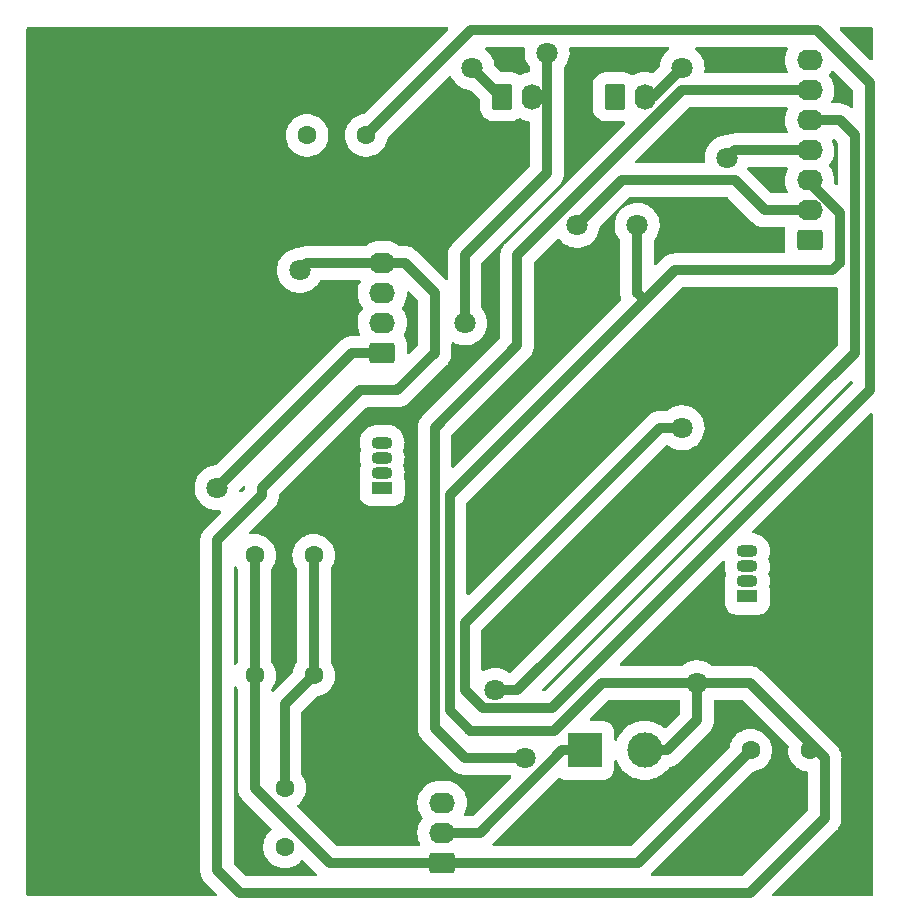
<source format=gbl>
%TF.GenerationSoftware,KiCad,Pcbnew,6.0.11+dfsg-1*%
%TF.CreationDate,2024-04-14T00:28:14-04:00*%
%TF.ProjectId,MainPCBV1,4d61696e-5043-4425-9631-2e6b69636164,rev?*%
%TF.SameCoordinates,Original*%
%TF.FileFunction,Copper,L2,Bot*%
%TF.FilePolarity,Positive*%
%FSLAX45Y45*%
G04 Gerber Fmt 4.5, Leading zero omitted, Abs format (unit mm)*
G04 Created by KiCad (PCBNEW 6.0.11+dfsg-1) date 2024-04-14 00:28:14*
%MOMM*%
%LPD*%
G01*
G04 APERTURE LIST*
G04 Aperture macros list*
%AMRoundRect*
0 Rectangle with rounded corners*
0 $1 Rounding radius*
0 $2 $3 $4 $5 $6 $7 $8 $9 X,Y pos of 4 corners*
0 Add a 4 corners polygon primitive as box body*
4,1,4,$2,$3,$4,$5,$6,$7,$8,$9,$2,$3,0*
0 Add four circle primitives for the rounded corners*
1,1,$1+$1,$2,$3*
1,1,$1+$1,$4,$5*
1,1,$1+$1,$6,$7*
1,1,$1+$1,$8,$9*
0 Add four rect primitives between the rounded corners*
20,1,$1+$1,$2,$3,$4,$5,0*
20,1,$1+$1,$4,$5,$6,$7,0*
20,1,$1+$1,$6,$7,$8,$9,0*
20,1,$1+$1,$8,$9,$2,$3,0*%
G04 Aperture macros list end*
%TA.AperFunction,ComponentPad*%
%ADD10C,1.600000*%
%TD*%
%TA.AperFunction,ComponentPad*%
%ADD11RoundRect,0.250000X0.845000X-0.620000X0.845000X0.620000X-0.845000X0.620000X-0.845000X-0.620000X0*%
%TD*%
%TA.AperFunction,ComponentPad*%
%ADD12O,2.190000X1.740000*%
%TD*%
%TA.AperFunction,ComponentPad*%
%ADD13RoundRect,0.250000X-0.620000X-0.845000X0.620000X-0.845000X0.620000X0.845000X-0.620000X0.845000X0*%
%TD*%
%TA.AperFunction,ComponentPad*%
%ADD14O,1.740000X2.190000*%
%TD*%
%TA.AperFunction,ComponentPad*%
%ADD15R,3.000000X3.000000*%
%TD*%
%TA.AperFunction,ComponentPad*%
%ADD16C,3.000000*%
%TD*%
%TA.AperFunction,ComponentPad*%
%ADD17R,1.800000X1.070000*%
%TD*%
%TA.AperFunction,ComponentPad*%
%ADD18O,1.800000X1.070000*%
%TD*%
%TA.AperFunction,ViaPad*%
%ADD19C,1.800000*%
%TD*%
%TA.AperFunction,Conductor*%
%ADD20C,0.850000*%
%TD*%
G04 APERTURE END LIST*
D10*
%TO.P,C8,1*%
%TO.N,+5VL*%
X10922000Y-14660500D03*
%TO.P,C8,2*%
%TO.N,GND*%
X10922000Y-14160500D03*
%TD*%
D11*
%TO.P,PowerAmplifier1,1,Pin_1*%
%TO.N,+5VL*%
X11749500Y-10477500D03*
D12*
%TO.P,PowerAmplifier1,2,Pin_2*%
%TO.N,unconnected-(PowerAmplifier1-Pad2)*%
X11749500Y-10223500D03*
%TO.P,PowerAmplifier1,3,Pin_3*%
%TO.N,unconnected-(PowerAmplifier1-Pad3)*%
X11749500Y-9969500D03*
%TO.P,PowerAmplifier1,4,Pin_4*%
%TO.N,GND*%
X11749500Y-9715500D03*
%TD*%
D13*
%TO.P,fan1,1,Pin_1*%
%TO.N,+12V*%
X12763500Y-8308500D03*
D14*
%TO.P,fan1,2,Pin_2*%
%TO.N,Net-(Q1-Pad4)*%
X13017500Y-8308500D03*
%TD*%
D15*
%TO.P,BATTERY1,1,Pin_1*%
%TO.N,+12VA*%
X13462000Y-13843000D03*
D16*
%TO.P,BATTERY1,2,Pin_2*%
%TO.N,GND*%
X13970000Y-13843000D03*
%TD*%
D10*
%TO.P,C3,1*%
%TO.N,+12V*%
X14867000Y-13843000D03*
%TO.P,C3,2*%
%TO.N,GND*%
X15367000Y-13843000D03*
%TD*%
D11*
%TO.P,SWITCH1,1,A*%
%TO.N,+12V*%
X12255500Y-14795500D03*
D12*
%TO.P,SWITCH1,2,B*%
%TO.N,+12VA*%
X12255500Y-14541500D03*
%TO.P,SWITCH1,3,C*%
%TO.N,unconnected-(SWITCH1-Pad3)*%
X12255500Y-14287500D03*
%TD*%
D10*
%TO.P,C5,1*%
%TO.N,+12V*%
X10668000Y-12192000D03*
%TO.P,C5,2*%
%TO.N,GND*%
X11168000Y-12192000D03*
%TD*%
D11*
%TO.P,ZE08-CH2O1,1,Pin_1*%
%TO.N,unconnected-(ZE08-CH2O1-Pad1)*%
X15367000Y-9525000D03*
D12*
%TO.P,ZE08-CH2O1,2,Pin_2*%
%TO.N,DAC1*%
X15367000Y-9271000D03*
%TO.P,ZE08-CH2O1,3,Pin_3*%
%TO.N,GND*%
X15367000Y-9017000D03*
%TO.P,ZE08-CH2O1,4,Pin_4*%
%TO.N,+5V*%
X15367000Y-8763000D03*
%TO.P,ZE08-CH2O1,5,Pin_5*%
%TO.N,RXD*%
X15367000Y-8509000D03*
%TO.P,ZE08-CH2O1,6,Pin_6*%
%TO.N,TXD*%
X15367000Y-8255000D03*
%TO.P,ZE08-CH2O1,7,Pin_7*%
%TO.N,unconnected-(ZE08-CH2O1-Pad7)*%
X15367000Y-8001000D03*
%TD*%
D17*
%TO.P,D3,1,BA*%
%TO.N,Net-(D3-Pad1)*%
X11747500Y-11620500D03*
D18*
%TO.P,D3,2,RA*%
%TO.N,Net-(U4-Pad3)*%
X11747500Y-11493500D03*
%TO.P,D3,3,GA*%
%TO.N,Net-(U4-Pad2)*%
X11747500Y-11366500D03*
%TO.P,D3,4,K*%
%TO.N,Net-(D3-Pad4)*%
X11747500Y-11239500D03*
%TD*%
D10*
%TO.P,C1,1*%
%TO.N,+12V*%
X10668000Y-13208000D03*
%TO.P,C1,2*%
%TO.N,GND*%
X11168000Y-13208000D03*
%TD*%
D17*
%TO.P,D4,1,BA*%
%TO.N,Net-(D4-Pad1)*%
X14840000Y-12540468D03*
D18*
%TO.P,D4,2,RA*%
%TO.N,Net-(U4-Pad10)*%
X14840000Y-12413468D03*
%TO.P,D4,3,GA*%
%TO.N,Net-(U4-Pad11)*%
X14840000Y-12286468D03*
%TO.P,D4,4,K*%
%TO.N,Net-(D4-Pad4)*%
X14840000Y-12159468D03*
%TD*%
D13*
%TO.P,fan2,1,Pin_1*%
%TO.N,+12V*%
X13716000Y-8308500D03*
D14*
%TO.P,fan2,2,Pin_2*%
%TO.N,Net-(Q3-Pad4)*%
X13970000Y-8308500D03*
%TD*%
D10*
%TO.P,C6,1*%
%TO.N,+5VA*%
X11612500Y-8636000D03*
%TO.P,C6,2*%
%TO.N,GND*%
X11112500Y-8636000D03*
%TD*%
D19*
%TO.N,GND*%
X14414500Y-13271500D03*
X11049000Y-9779000D03*
X13906500Y-9398000D03*
%TO.N,+5VL*%
X10350500Y-11620500D03*
%TO.N,Net-(Q1-Pad4)*%
X12446000Y-10223500D03*
X13144500Y-7937500D03*
%TO.N,+12V*%
X12509500Y-8064500D03*
%TO.N,+5V*%
X14668500Y-8826500D03*
%TO.N,DAC1*%
X13398550Y-9398000D03*
%TO.N,RXD*%
X12700000Y-13335000D03*
%TO.N,TXD*%
X12954000Y-13906500D03*
%TO.N,+5VA*%
X14287500Y-11112500D03*
%TO.N,Net-(Q3-Pad4)*%
X14287500Y-8064500D03*
%TD*%
D20*
%TO.N,GND*%
X15494000Y-14414500D02*
X14859000Y-15049500D01*
X10541000Y-15049500D02*
X10350500Y-14859000D01*
X10731500Y-11684000D02*
X10731500Y-11620500D01*
X15621000Y-9715500D02*
X15557500Y-9779000D01*
X12192000Y-10477500D02*
X12192000Y-9969500D01*
X12319000Y-13504008D02*
X12492992Y-13678000D01*
X14414500Y-13271500D02*
X14859000Y-13271500D01*
X14414500Y-13589000D02*
X14414500Y-13271500D01*
X11749500Y-9715500D02*
X11112500Y-9715500D01*
X11168000Y-13208000D02*
X11168000Y-12192000D01*
X10922000Y-14160500D02*
X10922000Y-13454000D01*
X11557000Y-10795000D02*
X11874500Y-10795000D01*
X12319000Y-11684000D02*
X12319000Y-13504008D01*
X15557500Y-9779000D02*
X14224000Y-9779000D01*
X15367000Y-9017000D02*
X15346925Y-9017000D01*
X11938000Y-9715500D02*
X11749500Y-9715500D01*
X12192000Y-9969500D02*
X11938000Y-9715500D01*
X10731500Y-11620500D02*
X11557000Y-10795000D01*
X13202000Y-13678000D02*
X13608500Y-13271500D01*
X13906500Y-9969500D02*
X13970000Y-10033000D01*
X10922000Y-13454000D02*
X11168000Y-13208000D01*
X13608500Y-13271500D02*
X14414500Y-13271500D01*
X11112500Y-9715500D02*
X11049000Y-9779000D01*
X15621000Y-9291075D02*
X15621000Y-9715500D01*
X14859000Y-13271500D02*
X15494000Y-13906500D01*
X10350500Y-14859000D02*
X10350500Y-12065000D01*
X13970000Y-13843000D02*
X14160500Y-13843000D01*
X14160500Y-13843000D02*
X14414500Y-13589000D01*
X11874500Y-10795000D02*
X12192000Y-10477500D01*
X14224000Y-9779000D02*
X13970000Y-10033000D01*
X12492992Y-13678000D02*
X13202000Y-13678000D01*
X13970000Y-10033000D02*
X12319000Y-11684000D01*
X14859000Y-15049500D02*
X10541000Y-15049500D01*
X10350500Y-12065000D02*
X10731500Y-11684000D01*
X15494000Y-13906500D02*
X15494000Y-14414500D01*
X13906500Y-9398000D02*
X13906500Y-9969500D01*
X15346925Y-9017000D02*
X15621000Y-9291075D01*
%TO.N,+5VL*%
X10350500Y-11620500D02*
X11493500Y-10477500D01*
X11493500Y-10477500D02*
X11749500Y-10477500D01*
%TO.N,Net-(Q1-Pad4)*%
X13144500Y-8953500D02*
X12509500Y-9588500D01*
X12446000Y-9652000D02*
X12446000Y-10223500D01*
X12509500Y-9588500D02*
X12446000Y-9652000D01*
X13144500Y-7937500D02*
X13144500Y-8953500D01*
%TO.N,+12V*%
X12255500Y-14795500D02*
X11303000Y-14795500D01*
X13914500Y-14795500D02*
X12255500Y-14795500D01*
X12509500Y-8064500D02*
X12753500Y-8308500D01*
X10668000Y-14160500D02*
X10668000Y-13208000D01*
X10668000Y-13208000D02*
X10668000Y-12192000D01*
X12753500Y-8308500D02*
X12763500Y-8308500D01*
X14867000Y-13843000D02*
X13914500Y-14795500D01*
X11303000Y-14795500D02*
X10668000Y-14160500D01*
%TO.N,+5V*%
X15367000Y-8763000D02*
X14732000Y-8763000D01*
X14732000Y-8763000D02*
X14668500Y-8826500D01*
%TO.N,DAC1*%
X13779500Y-9017000D02*
X14732000Y-9017000D01*
X14732000Y-9017000D02*
X14986000Y-9271000D01*
X13398550Y-9397950D02*
X13779500Y-9017000D01*
X13398550Y-9398000D02*
X13398550Y-9397950D01*
X14986000Y-9271000D02*
X15367000Y-9271000D01*
%TO.N,RXD*%
X15748000Y-10477500D02*
X15748000Y-8636000D01*
X12890500Y-13335000D02*
X15748000Y-10477500D01*
X15748000Y-8636000D02*
X15621000Y-8509000D01*
X12700000Y-13335000D02*
X12890500Y-13335000D01*
X15621000Y-8509000D02*
X15367000Y-8509000D01*
%TO.N,TXD*%
X12954000Y-13906500D02*
X12446000Y-13906500D01*
X12890500Y-10414000D02*
X12890500Y-9652000D01*
X12192000Y-13652500D02*
X12192000Y-11112500D01*
X12890500Y-9652000D02*
X14287500Y-8255000D01*
X14287500Y-8255000D02*
X15367000Y-8255000D01*
X12446000Y-13906500D02*
X12192000Y-13652500D01*
X12192000Y-11112500D02*
X12890500Y-10414000D01*
%TO.N,+5VA*%
X15875000Y-8191500D02*
X15430500Y-7747000D01*
X14097000Y-11112500D02*
X12446000Y-12763500D01*
X12446000Y-12763500D02*
X12446000Y-13335000D01*
X15875000Y-10795000D02*
X15875000Y-8191500D01*
X13182500Y-13487500D02*
X15875000Y-10795000D01*
X14287500Y-11112500D02*
X14097000Y-11112500D01*
X12446000Y-13335000D02*
X12598500Y-13487500D01*
X12598500Y-13487500D02*
X13182500Y-13487500D01*
X15430500Y-7747000D02*
X12501500Y-7747000D01*
X12501500Y-7747000D02*
X11612500Y-8636000D01*
%TO.N,Net-(Q3-Pad4)*%
X14043500Y-8308500D02*
X14255750Y-8096250D01*
X14255750Y-8096250D02*
X14287500Y-8064500D01*
X13970000Y-8308500D02*
X14043500Y-8308500D01*
%TO.N,+12VA*%
X13462000Y-13843000D02*
X13271500Y-13843000D01*
X12573000Y-14541500D02*
X12255500Y-14541500D01*
X13271500Y-13843000D02*
X12573000Y-14541500D01*
%TD*%
%TA.AperFunction,NonConductor*%
G36*
X15896162Y-7722050D02*
G01*
X15900811Y-7727416D01*
X15901950Y-7732650D01*
X15901950Y-7986435D01*
X15899950Y-7993247D01*
X15894584Y-7997896D01*
X15887557Y-7998907D01*
X15881099Y-7995957D01*
X15880440Y-7995344D01*
X15626656Y-7741559D01*
X15623253Y-7735328D01*
X15623760Y-7728247D01*
X15628014Y-7722563D01*
X15634666Y-7720082D01*
X15635565Y-7720050D01*
X15889350Y-7720050D01*
X15896162Y-7722050D01*
G37*
%TD.AperFunction*%
%TA.AperFunction,NonConductor*%
G36*
X15177714Y-7891550D02*
G01*
X15182363Y-7896916D01*
X15183373Y-7903943D01*
X15182052Y-7908016D01*
X15172636Y-7925914D01*
X15172484Y-7926344D01*
X15172484Y-7926345D01*
X15168545Y-7937500D01*
X15163597Y-7951510D01*
X15158348Y-7978143D01*
X15158325Y-7978599D01*
X15158325Y-7978599D01*
X15157138Y-8002450D01*
X15156998Y-8005255D01*
X15159576Y-8032277D01*
X15159684Y-8032720D01*
X15159685Y-8032721D01*
X15162871Y-8045741D01*
X15166028Y-8058645D01*
X15166200Y-8059068D01*
X15166200Y-8059068D01*
X15173374Y-8076782D01*
X15176219Y-8083805D01*
X15176449Y-8084198D01*
X15176450Y-8084199D01*
X15181886Y-8093483D01*
X15183602Y-8100373D01*
X15181321Y-8107096D01*
X15175767Y-8111519D01*
X15171013Y-8112450D01*
X14487231Y-8112450D01*
X14480419Y-8110450D01*
X14475770Y-8105084D01*
X14474744Y-8098173D01*
X14475380Y-8093435D01*
X14477659Y-8076464D01*
X14477670Y-8076143D01*
X14478025Y-8064822D01*
X14478025Y-8064822D01*
X14478035Y-8064500D01*
X14476135Y-8037653D01*
X14475533Y-8034856D01*
X14470564Y-8011777D01*
X14470470Y-8011342D01*
X14470128Y-8010415D01*
X14461309Y-7986510D01*
X14461309Y-7986510D01*
X14461155Y-7986092D01*
X14458025Y-7980291D01*
X14448586Y-7962798D01*
X14448374Y-7962406D01*
X14432384Y-7940757D01*
X14413503Y-7921577D01*
X14401172Y-7912166D01*
X14396970Y-7906443D01*
X14396530Y-7899357D01*
X14399990Y-7893158D01*
X14406252Y-7889814D01*
X14408816Y-7889550D01*
X15170901Y-7889550D01*
X15177714Y-7891550D01*
G37*
%TD.AperFunction*%
%TA.AperFunction,NonConductor*%
G36*
X12951307Y-7891550D02*
G01*
X12955957Y-7896916D01*
X12956908Y-7904315D01*
X12956802Y-7904741D01*
X12954058Y-7931515D01*
X12954076Y-7931960D01*
X12954776Y-7949782D01*
X12955115Y-7958408D01*
X12959950Y-7984884D01*
X12968468Y-8010415D01*
X12968667Y-8010813D01*
X12968667Y-8010814D01*
X12979124Y-8031741D01*
X12980498Y-8034490D01*
X12995800Y-8056631D01*
X12996102Y-8056958D01*
X12998602Y-8059662D01*
X13001758Y-8066022D01*
X13001950Y-8068215D01*
X13001950Y-8088120D01*
X12999950Y-8094933D01*
X12994584Y-8099582D01*
X12990547Y-8100663D01*
X12986677Y-8101033D01*
X12986677Y-8101033D01*
X12986222Y-8101076D01*
X12985780Y-8101184D01*
X12985779Y-8101185D01*
X12972759Y-8104371D01*
X12959855Y-8107528D01*
X12959432Y-8107700D01*
X12959431Y-8107700D01*
X12935119Y-8117547D01*
X12935118Y-8117548D01*
X12934695Y-8117719D01*
X12934302Y-8117949D01*
X12934301Y-8117950D01*
X12926372Y-8122593D01*
X12918311Y-8127312D01*
X12911422Y-8129028D01*
X12904753Y-8126786D01*
X12887707Y-8114939D01*
X12875091Y-8109163D01*
X12867922Y-8105880D01*
X12867922Y-8105880D01*
X12867411Y-8105646D01*
X12845790Y-8100095D01*
X12839377Y-8099573D01*
X12831969Y-8098971D01*
X12831968Y-8098971D01*
X12831714Y-8098950D01*
X12750765Y-8098950D01*
X12743953Y-8096950D01*
X12741856Y-8095259D01*
X12702519Y-8055923D01*
X12699117Y-8049692D01*
X12698860Y-8047903D01*
X12698166Y-8038098D01*
X12698166Y-8038098D01*
X12698135Y-8037653D01*
X12697533Y-8034856D01*
X12692564Y-8011777D01*
X12692470Y-8011342D01*
X12692128Y-8010415D01*
X12683309Y-7986510D01*
X12683309Y-7986510D01*
X12683155Y-7986092D01*
X12680025Y-7980291D01*
X12670586Y-7962798D01*
X12670374Y-7962406D01*
X12654384Y-7940757D01*
X12635503Y-7921577D01*
X12623172Y-7912166D01*
X12618970Y-7906443D01*
X12618530Y-7899357D01*
X12621990Y-7893158D01*
X12628252Y-7889814D01*
X12630816Y-7889550D01*
X12944495Y-7889550D01*
X12951307Y-7891550D01*
G37*
%TD.AperFunction*%
%TA.AperFunction,NonConductor*%
G36*
X15570781Y-8089100D02*
G01*
X15572296Y-8090392D01*
X15728759Y-8246856D01*
X15732162Y-8253087D01*
X15732450Y-8255765D01*
X15732450Y-8389402D01*
X15730450Y-8396214D01*
X15725084Y-8400864D01*
X15718057Y-8401874D01*
X15711726Y-8399033D01*
X15703671Y-8392239D01*
X15703211Y-8391968D01*
X15702839Y-8391705D01*
X15702446Y-8391435D01*
X15702033Y-8391096D01*
X15701569Y-8390832D01*
X15701569Y-8390832D01*
X15692466Y-8385650D01*
X15692313Y-8385562D01*
X15683277Y-8380249D01*
X15682816Y-8379979D01*
X15682317Y-8379790D01*
X15681889Y-8379585D01*
X15681472Y-8379392D01*
X15681009Y-8379128D01*
X15680508Y-8378947D01*
X15670658Y-8375371D01*
X15670493Y-8375310D01*
X15660694Y-8371597D01*
X15660194Y-8371408D01*
X15659669Y-8371306D01*
X15659216Y-8371176D01*
X15658770Y-8371056D01*
X15658269Y-8370874D01*
X15647433Y-8368915D01*
X15647261Y-8368882D01*
X15636975Y-8366874D01*
X15636975Y-8366874D01*
X15636451Y-8366771D01*
X15635917Y-8366759D01*
X15635387Y-8366701D01*
X15635391Y-8366665D01*
X15635289Y-8366655D01*
X15635285Y-8366690D01*
X15634872Y-8366643D01*
X15634464Y-8366569D01*
X15634050Y-8366550D01*
X15634049Y-8366550D01*
X15632078Y-8366457D01*
X15632077Y-8366457D01*
X15631929Y-8366450D01*
X15622960Y-8366450D01*
X15622663Y-8366446D01*
X15622382Y-8366440D01*
X15612266Y-8366201D01*
X15611738Y-8366279D01*
X15611738Y-8366279D01*
X15611601Y-8366299D01*
X15611483Y-8366316D01*
X15609654Y-8366450D01*
X15563098Y-8366450D01*
X15556286Y-8364450D01*
X15551637Y-8359084D01*
X15550627Y-8352057D01*
X15551947Y-8347984D01*
X15561364Y-8330086D01*
X15570403Y-8304489D01*
X15575652Y-8277857D01*
X15576814Y-8254516D01*
X15576979Y-8251202D01*
X15576979Y-8251201D01*
X15577002Y-8250745D01*
X15574424Y-8223722D01*
X15573539Y-8220105D01*
X15571129Y-8210259D01*
X15567972Y-8197355D01*
X15567800Y-8196931D01*
X15557953Y-8172619D01*
X15557952Y-8172618D01*
X15557781Y-8172195D01*
X15557551Y-8171802D01*
X15557550Y-8171801D01*
X15544296Y-8149164D01*
X15544296Y-8149164D01*
X15544065Y-8148770D01*
X15533968Y-8136144D01*
X15531275Y-8129575D01*
X15532562Y-8122593D01*
X15533620Y-8120860D01*
X15548725Y-8100109D01*
X15548937Y-8099705D01*
X15548938Y-8099704D01*
X15552236Y-8093435D01*
X15557178Y-8088338D01*
X15564091Y-8086722D01*
X15570781Y-8089100D01*
G37*
%TD.AperFunction*%
%TA.AperFunction,NonConductor*%
G36*
X15177714Y-8399550D02*
G01*
X15182363Y-8404916D01*
X15183373Y-8411943D01*
X15182052Y-8416016D01*
X15172636Y-8433914D01*
X15172484Y-8434345D01*
X15172484Y-8434345D01*
X15167784Y-8447653D01*
X15163597Y-8459511D01*
X15163509Y-8459957D01*
X15159474Y-8480429D01*
X15158348Y-8486143D01*
X15158325Y-8486599D01*
X15158325Y-8486599D01*
X15157073Y-8511751D01*
X15156998Y-8513255D01*
X15159576Y-8540278D01*
X15166028Y-8566645D01*
X15166200Y-8567068D01*
X15166200Y-8567069D01*
X15172562Y-8582776D01*
X15176219Y-8591805D01*
X15176449Y-8592198D01*
X15176450Y-8592199D01*
X15181886Y-8601483D01*
X15183602Y-8608373D01*
X15181321Y-8615096D01*
X15175767Y-8619519D01*
X15171013Y-8620450D01*
X14737530Y-8620450D01*
X14736640Y-8620419D01*
X14730535Y-8619986D01*
X14730535Y-8619986D01*
X14730002Y-8619949D01*
X14725412Y-8620403D01*
X14719045Y-8621033D01*
X14718870Y-8621049D01*
X14708426Y-8621935D01*
X14708426Y-8621935D01*
X14707895Y-8621980D01*
X14707379Y-8622114D01*
X14706921Y-8622192D01*
X14706459Y-8622278D01*
X14705928Y-8622330D01*
X14705414Y-8622472D01*
X14705414Y-8622472D01*
X14695316Y-8625244D01*
X14695146Y-8625289D01*
X14691238Y-8626303D01*
X14684479Y-8628058D01*
X14683992Y-8628277D01*
X14683548Y-8628433D01*
X14683114Y-8628593D01*
X14682600Y-8628734D01*
X14682117Y-8628960D01*
X14682117Y-8628960D01*
X14672619Y-8633399D01*
X14672462Y-8633471D01*
X14670893Y-8634178D01*
X14668371Y-8635314D01*
X14663888Y-8636407D01*
X14654113Y-8636945D01*
X14644620Y-8637467D01*
X14631669Y-8640043D01*
X14618660Y-8642631D01*
X14618659Y-8642631D01*
X14618223Y-8642718D01*
X14592829Y-8651635D01*
X14568945Y-8664042D01*
X14568584Y-8664300D01*
X14568583Y-8664301D01*
X14561761Y-8669176D01*
X14547048Y-8679690D01*
X14546725Y-8679998D01*
X14546725Y-8679998D01*
X14534819Y-8691356D01*
X14527574Y-8698267D01*
X14510912Y-8719403D01*
X14504826Y-8729880D01*
X14497617Y-8742291D01*
X14497617Y-8742292D01*
X14497394Y-8742676D01*
X14487290Y-8767621D01*
X14480802Y-8793741D01*
X14478058Y-8820515D01*
X14479115Y-8847408D01*
X14480126Y-8852941D01*
X14481339Y-8859586D01*
X14480595Y-8866647D01*
X14476152Y-8872185D01*
X14468944Y-8874450D01*
X13900065Y-8874450D01*
X13893253Y-8872450D01*
X13888604Y-8867084D01*
X13887593Y-8860057D01*
X13890543Y-8853599D01*
X13891156Y-8852941D01*
X14342856Y-8401241D01*
X14349087Y-8397838D01*
X14351765Y-8397550D01*
X15170901Y-8397550D01*
X15177714Y-8399550D01*
G37*
%TD.AperFunction*%
%TA.AperFunction,NonConductor*%
G36*
X15574492Y-8665911D02*
G01*
X15579328Y-8668925D01*
X15601759Y-8691356D01*
X15605162Y-8697587D01*
X15605450Y-8700265D01*
X15605450Y-9043510D01*
X15603450Y-9050322D01*
X15598084Y-9054971D01*
X15591057Y-9055982D01*
X15584599Y-9053032D01*
X15583940Y-9052419D01*
X15579402Y-9047881D01*
X15576000Y-9041650D01*
X15575727Y-9038345D01*
X15575836Y-9036172D01*
X15576556Y-9021711D01*
X15576979Y-9013202D01*
X15576979Y-9013201D01*
X15577002Y-9012745D01*
X15574424Y-8985723D01*
X15567972Y-8959355D01*
X15562279Y-8945300D01*
X15557953Y-8934619D01*
X15557952Y-8934618D01*
X15557781Y-8934195D01*
X15557551Y-8933802D01*
X15557550Y-8933801D01*
X15544296Y-8911164D01*
X15544296Y-8911164D01*
X15544065Y-8910770D01*
X15533968Y-8898144D01*
X15531275Y-8891575D01*
X15532562Y-8884593D01*
X15533620Y-8882860D01*
X15548725Y-8862109D01*
X15561364Y-8838086D01*
X15570403Y-8812490D01*
X15573623Y-8796154D01*
X15575564Y-8786304D01*
X15575564Y-8786303D01*
X15575652Y-8785857D01*
X15575841Y-8782072D01*
X15576979Y-8759202D01*
X15576979Y-8759201D01*
X15577002Y-8758745D01*
X15574424Y-8731723D01*
X15567972Y-8705355D01*
X15559238Y-8683793D01*
X15558741Y-8682564D01*
X15558037Y-8675500D01*
X15561265Y-8669176D01*
X15567399Y-8665601D01*
X15574492Y-8665911D01*
G37*
%TD.AperFunction*%
%TA.AperFunction,NonConductor*%
G36*
X15177714Y-8907550D02*
G01*
X15182363Y-8912916D01*
X15183373Y-8919943D01*
X15182052Y-8924016D01*
X15172636Y-8941914D01*
X15172484Y-8942345D01*
X15172484Y-8942345D01*
X15171440Y-8945300D01*
X15163597Y-8967511D01*
X15163509Y-8967957D01*
X15158535Y-8993194D01*
X15158348Y-8994143D01*
X15158325Y-8994599D01*
X15158325Y-8994599D01*
X15157340Y-9014380D01*
X15156998Y-9021255D01*
X15159576Y-9048278D01*
X15159684Y-9048720D01*
X15159685Y-9048721D01*
X15161929Y-9057894D01*
X15166028Y-9074645D01*
X15176219Y-9099805D01*
X15176449Y-9100198D01*
X15176450Y-9100199D01*
X15181886Y-9109483D01*
X15183602Y-9116373D01*
X15181321Y-9123096D01*
X15175767Y-9127519D01*
X15171013Y-9128450D01*
X15050265Y-9128450D01*
X15043453Y-9126450D01*
X15041356Y-9124760D01*
X14843656Y-8927060D01*
X14840253Y-8920828D01*
X14840760Y-8913747D01*
X14845014Y-8908063D01*
X14851666Y-8905582D01*
X14852565Y-8905550D01*
X15170901Y-8905550D01*
X15177714Y-8907550D01*
G37*
%TD.AperFunction*%
%TA.AperFunction,NonConductor*%
G36*
X11980847Y-9959944D02*
G01*
X12045759Y-10024856D01*
X12049162Y-10031087D01*
X12049450Y-10033765D01*
X12049450Y-10413235D01*
X12047450Y-10420047D01*
X12045759Y-10422144D01*
X11980559Y-10487344D01*
X11974328Y-10490747D01*
X11967247Y-10490240D01*
X11961563Y-10485986D01*
X11959082Y-10479334D01*
X11959050Y-10478435D01*
X11959050Y-10409286D01*
X11959014Y-10408844D01*
X11957949Y-10395745D01*
X11957905Y-10395210D01*
X11952354Y-10373589D01*
X11950241Y-10368974D01*
X11946042Y-10359804D01*
X11943061Y-10353293D01*
X11939311Y-10347897D01*
X11931454Y-10336591D01*
X11929208Y-10329856D01*
X11931088Y-10322796D01*
X11931225Y-10322609D01*
X11943864Y-10298586D01*
X11947739Y-10287612D01*
X11952751Y-10273419D01*
X11952903Y-10272990D01*
X11958152Y-10246357D01*
X11958175Y-10245901D01*
X11959479Y-10219702D01*
X11959479Y-10219701D01*
X11959502Y-10219245D01*
X11956924Y-10192223D01*
X11950472Y-10165855D01*
X11943408Y-10148414D01*
X11940453Y-10141119D01*
X11940452Y-10141118D01*
X11940281Y-10140695D01*
X11940051Y-10140302D01*
X11940050Y-10140301D01*
X11926796Y-10117664D01*
X11926796Y-10117664D01*
X11926565Y-10117270D01*
X11916468Y-10104644D01*
X11913775Y-10098075D01*
X11915062Y-10091093D01*
X11916120Y-10089360D01*
X11931225Y-10068609D01*
X11943864Y-10044586D01*
X11952903Y-10018990D01*
X11956582Y-10000323D01*
X11958064Y-9992804D01*
X11958064Y-9992803D01*
X11958152Y-9992357D01*
X11958641Y-9982539D01*
X11959354Y-9968227D01*
X11961690Y-9961522D01*
X11967280Y-9957146D01*
X11974349Y-9956486D01*
X11980847Y-9959944D01*
G37*
%TD.AperFunction*%
%TA.AperFunction,NonConductor*%
G36*
X14674547Y-9161550D02*
G01*
X14676644Y-9163241D01*
X14881290Y-9367887D01*
X14881897Y-9368538D01*
X14883789Y-9370718D01*
X14886260Y-9373565D01*
X14886672Y-9373903D01*
X14886673Y-9373904D01*
X14894774Y-9380547D01*
X14894910Y-9380659D01*
X14899294Y-9384357D01*
X14903328Y-9387761D01*
X14903788Y-9388031D01*
X14904165Y-9388298D01*
X14904555Y-9388566D01*
X14904967Y-9388904D01*
X14905430Y-9389167D01*
X14905430Y-9389168D01*
X14914536Y-9394351D01*
X14914688Y-9394439D01*
X14923724Y-9399751D01*
X14923724Y-9399751D01*
X14924183Y-9400021D01*
X14924682Y-9400210D01*
X14925108Y-9400414D01*
X14925528Y-9400608D01*
X14925991Y-9400872D01*
X14926492Y-9401053D01*
X14926492Y-9401053D01*
X14936342Y-9404629D01*
X14936507Y-9404690D01*
X14940719Y-9406286D01*
X14946806Y-9408592D01*
X14947330Y-9408694D01*
X14947784Y-9408824D01*
X14948229Y-9408944D01*
X14948731Y-9409126D01*
X14955125Y-9410282D01*
X14959567Y-9411085D01*
X14959739Y-9411118D01*
X14970025Y-9413126D01*
X14970549Y-9413229D01*
X14971082Y-9413241D01*
X14971613Y-9413299D01*
X14971609Y-9413335D01*
X14971711Y-9413345D01*
X14971715Y-9413310D01*
X14972128Y-9413357D01*
X14972536Y-9413431D01*
X14972950Y-9413450D01*
X14972951Y-9413450D01*
X14974922Y-9413543D01*
X14974922Y-9413543D01*
X14975070Y-9413550D01*
X14984040Y-9413550D01*
X14984337Y-9413554D01*
X14994734Y-9413799D01*
X14995262Y-9413721D01*
X14995262Y-9413721D01*
X14995399Y-9413701D01*
X14995517Y-9413684D01*
X14997346Y-9413550D01*
X15149838Y-9413550D01*
X15156650Y-9415550D01*
X15161299Y-9420916D01*
X15162310Y-9427943D01*
X15162042Y-9429284D01*
X15158595Y-9442710D01*
X15157450Y-9456786D01*
X15157450Y-9593214D01*
X15157471Y-9593468D01*
X15157471Y-9593469D01*
X15158073Y-9600877D01*
X15158595Y-9607290D01*
X15158728Y-9607811D01*
X15162042Y-9620717D01*
X15161799Y-9627812D01*
X15157758Y-9633650D01*
X15151203Y-9636376D01*
X15149838Y-9636450D01*
X14229529Y-9636450D01*
X14228639Y-9636419D01*
X14222535Y-9635986D01*
X14222535Y-9635986D01*
X14222002Y-9635949D01*
X14217253Y-9636419D01*
X14211049Y-9637032D01*
X14210874Y-9637048D01*
X14200426Y-9637935D01*
X14200426Y-9637935D01*
X14199895Y-9637980D01*
X14199379Y-9638114D01*
X14198919Y-9638192D01*
X14198458Y-9638278D01*
X14197928Y-9638330D01*
X14187309Y-9641246D01*
X14187146Y-9641289D01*
X14184172Y-9642061D01*
X14176996Y-9643923D01*
X14176996Y-9643923D01*
X14176479Y-9644058D01*
X14175993Y-9644277D01*
X14175559Y-9644429D01*
X14175114Y-9644593D01*
X14174600Y-9644734D01*
X14174117Y-9644960D01*
X14174116Y-9644960D01*
X14164626Y-9649395D01*
X14164467Y-9649469D01*
X14158086Y-9652343D01*
X14154422Y-9653993D01*
X14153980Y-9654291D01*
X14153576Y-9654516D01*
X14153167Y-9654751D01*
X14152684Y-9654977D01*
X14152246Y-9655281D01*
X14152245Y-9655281D01*
X14143638Y-9661252D01*
X14143493Y-9661352D01*
X14134355Y-9667504D01*
X14133968Y-9667872D01*
X14133553Y-9668206D01*
X14133530Y-9668178D01*
X14133450Y-9668243D01*
X14133472Y-9668271D01*
X14133147Y-9668530D01*
X14132807Y-9668766D01*
X14130930Y-9670474D01*
X14124590Y-9676814D01*
X14124378Y-9677021D01*
X14116850Y-9684202D01*
X14116532Y-9684630D01*
X14116378Y-9684837D01*
X14115178Y-9686225D01*
X14070559Y-9730844D01*
X14064328Y-9734247D01*
X14057247Y-9733740D01*
X14051563Y-9729486D01*
X14049082Y-9722834D01*
X14049050Y-9721935D01*
X14049050Y-9528382D01*
X14051050Y-9521570D01*
X14052004Y-9520275D01*
X14060646Y-9509994D01*
X14074889Y-9487157D01*
X14085771Y-9462542D01*
X14093077Y-9436638D01*
X14094245Y-9427943D01*
X14096617Y-9410282D01*
X14096617Y-9410281D01*
X14096659Y-9409964D01*
X14096775Y-9406286D01*
X14097025Y-9398322D01*
X14097025Y-9398322D01*
X14097035Y-9398000D01*
X14096410Y-9389168D01*
X14095166Y-9371598D01*
X14095135Y-9371153D01*
X14094572Y-9368538D01*
X14089564Y-9345277D01*
X14089470Y-9344842D01*
X14087519Y-9339553D01*
X14080309Y-9320010D01*
X14080309Y-9320010D01*
X14080155Y-9319592D01*
X14077025Y-9313791D01*
X14067586Y-9296298D01*
X14067374Y-9295906D01*
X14051384Y-9274257D01*
X14032503Y-9255077D01*
X14011108Y-9238749D01*
X14005843Y-9235801D01*
X13988015Y-9225816D01*
X13988014Y-9225816D01*
X13987626Y-9225598D01*
X13987212Y-9225438D01*
X13987211Y-9225438D01*
X13968657Y-9218260D01*
X13962525Y-9215888D01*
X13962093Y-9215787D01*
X13962092Y-9215787D01*
X13947686Y-9212448D01*
X13936306Y-9209810D01*
X13909493Y-9207488D01*
X13909049Y-9207512D01*
X13909049Y-9207512D01*
X13898132Y-9208113D01*
X13882620Y-9208967D01*
X13882183Y-9209054D01*
X13882183Y-9209054D01*
X13856660Y-9214131D01*
X13856659Y-9214131D01*
X13856223Y-9214218D01*
X13830829Y-9223135D01*
X13806945Y-9235542D01*
X13806584Y-9235800D01*
X13806583Y-9235801D01*
X13802079Y-9239019D01*
X13785048Y-9251190D01*
X13765574Y-9269767D01*
X13748912Y-9290903D01*
X13745778Y-9296298D01*
X13735617Y-9313791D01*
X13735617Y-9313792D01*
X13735394Y-9314176D01*
X13725290Y-9339121D01*
X13725183Y-9339553D01*
X13725183Y-9339553D01*
X13723869Y-9344842D01*
X13718802Y-9365241D01*
X13716058Y-9392015D01*
X13716076Y-9392460D01*
X13716983Y-9415550D01*
X13717115Y-9418908D01*
X13721950Y-9445384D01*
X13730468Y-9470915D01*
X13742498Y-9494991D01*
X13757800Y-9517131D01*
X13758102Y-9517458D01*
X13760602Y-9520162D01*
X13763758Y-9526522D01*
X13763950Y-9528715D01*
X13763950Y-9963971D01*
X13763918Y-9964861D01*
X13763653Y-9968617D01*
X13763449Y-9971498D01*
X13763717Y-9974211D01*
X13764532Y-9982451D01*
X13764548Y-9982626D01*
X13765480Y-9993605D01*
X13765614Y-9994121D01*
X13765692Y-9994581D01*
X13765778Y-9995042D01*
X13765830Y-9995572D01*
X13768747Y-10006198D01*
X13768789Y-10006353D01*
X13771557Y-10017021D01*
X13771776Y-10017507D01*
X13771930Y-10017943D01*
X13772093Y-10018385D01*
X13772234Y-10018900D01*
X13772259Y-10018953D01*
X13772724Y-10025894D01*
X13769333Y-10032070D01*
X12356059Y-11445344D01*
X12349828Y-11448747D01*
X12342747Y-11448240D01*
X12337063Y-11443986D01*
X12334582Y-11437334D01*
X12334550Y-11436435D01*
X12334550Y-11176765D01*
X12336550Y-11169953D01*
X12338240Y-11167856D01*
X12987388Y-10518708D01*
X12988039Y-10518101D01*
X12992661Y-10514091D01*
X12993065Y-10513740D01*
X12993403Y-10513328D01*
X12993404Y-10513327D01*
X13000047Y-10505226D01*
X13000152Y-10505098D01*
X13007261Y-10496671D01*
X13007532Y-10496211D01*
X13007798Y-10495835D01*
X13008065Y-10495446D01*
X13008404Y-10495033D01*
X13013853Y-10485461D01*
X13013935Y-10485319D01*
X13019251Y-10476277D01*
X13019251Y-10476276D01*
X13019521Y-10475817D01*
X13019710Y-10475318D01*
X13019906Y-10474908D01*
X13020107Y-10474473D01*
X13020371Y-10474009D01*
X13022466Y-10468238D01*
X13024126Y-10463665D01*
X13024188Y-10463500D01*
X13027903Y-10453693D01*
X13028092Y-10453194D01*
X13028194Y-10452671D01*
X13028320Y-10452230D01*
X13028444Y-10451771D01*
X13028626Y-10451269D01*
X13030586Y-10440431D01*
X13030616Y-10440269D01*
X13032729Y-10429451D01*
X13032741Y-10428917D01*
X13032799Y-10428387D01*
X13032835Y-10428391D01*
X13032845Y-10428289D01*
X13032810Y-10428285D01*
X13032857Y-10427872D01*
X13032930Y-10427464D01*
X13033050Y-10424930D01*
X13033050Y-10415960D01*
X13033053Y-10415663D01*
X13033286Y-10405800D01*
X13033298Y-10405266D01*
X13033184Y-10404483D01*
X13033050Y-10402654D01*
X13033050Y-9716265D01*
X13035050Y-9709453D01*
X13036740Y-9707356D01*
X13229813Y-9514283D01*
X13236045Y-9510880D01*
X13243126Y-9511387D01*
X13249088Y-9516028D01*
X13249850Y-9517131D01*
X13250152Y-9517458D01*
X13267818Y-9536568D01*
X13267818Y-9536569D01*
X13268119Y-9536894D01*
X13288991Y-9553887D01*
X13289373Y-9554117D01*
X13289373Y-9554117D01*
X13311667Y-9567539D01*
X13312049Y-9567768D01*
X13312458Y-9567942D01*
X13312458Y-9567942D01*
X13336422Y-9578089D01*
X13336423Y-9578089D01*
X13336832Y-9578263D01*
X13345686Y-9580610D01*
X13362417Y-9585047D01*
X13362418Y-9585047D01*
X13362847Y-9585161D01*
X13363288Y-9585213D01*
X13363289Y-9585213D01*
X13378179Y-9586975D01*
X13389574Y-9588324D01*
X13416481Y-9587690D01*
X13422131Y-9586750D01*
X13442591Y-9583344D01*
X13442591Y-9583344D01*
X13443030Y-9583271D01*
X13443454Y-9583137D01*
X13443454Y-9583137D01*
X13468266Y-9575290D01*
X13468266Y-9575290D01*
X13468691Y-9575155D01*
X13469092Y-9574963D01*
X13469092Y-9574963D01*
X13492551Y-9563698D01*
X13492551Y-9563698D01*
X13492952Y-9563505D01*
X13496839Y-9560908D01*
X13514960Y-9548800D01*
X13514960Y-9548800D01*
X13515331Y-9548553D01*
X13515662Y-9548256D01*
X13515663Y-9548255D01*
X13535047Y-9530893D01*
X13535379Y-9530596D01*
X13544055Y-9520274D01*
X13552410Y-9510335D01*
X13552411Y-9510334D01*
X13552696Y-9509994D01*
X13566939Y-9487157D01*
X13577821Y-9462542D01*
X13585127Y-9436638D01*
X13588232Y-9413518D01*
X13591121Y-9407033D01*
X13591810Y-9406286D01*
X13834856Y-9163241D01*
X13841087Y-9159838D01*
X13843765Y-9159550D01*
X14667735Y-9159550D01*
X14674547Y-9161550D01*
G37*
%TD.AperFunction*%
%TA.AperFunction,NonConductor*%
G36*
X10580753Y-11602259D02*
G01*
X10586437Y-11606514D01*
X10588918Y-11613166D01*
X10588950Y-11614065D01*
X10588950Y-11618540D01*
X10588947Y-11618836D01*
X10588918Y-11620060D01*
X10586758Y-11626823D01*
X10585231Y-11628673D01*
X10560692Y-11653212D01*
X10554461Y-11656614D01*
X10547379Y-11656108D01*
X10541696Y-11651853D01*
X10539215Y-11645201D01*
X10539295Y-11642625D01*
X10539518Y-11640963D01*
X10540174Y-11636075D01*
X10543064Y-11629590D01*
X10543753Y-11628843D01*
X10567441Y-11605156D01*
X10573672Y-11601753D01*
X10580753Y-11602259D01*
G37*
%TD.AperFunction*%
%TA.AperFunction,NonConductor*%
G36*
X10513901Y-12287061D02*
G01*
X10515746Y-12289044D01*
X10516289Y-12289771D01*
X10522946Y-12298687D01*
X10525419Y-12305342D01*
X10525450Y-12306225D01*
X10525450Y-13093255D01*
X10523450Y-13100067D01*
X10522537Y-13101312D01*
X10521307Y-13102792D01*
X10521306Y-13102792D01*
X10521008Y-13103151D01*
X10518405Y-13107440D01*
X10516422Y-13110708D01*
X10511178Y-13115494D01*
X10504179Y-13116685D01*
X10497647Y-13113903D01*
X10493656Y-13108032D01*
X10493050Y-13104171D01*
X10493050Y-12296583D01*
X10495050Y-12289771D01*
X10500416Y-12285122D01*
X10507443Y-12284112D01*
X10513901Y-12287061D01*
G37*
%TD.AperFunction*%
%TA.AperFunction,NonConductor*%
G36*
X15596613Y-9918164D02*
G01*
X15602517Y-9922107D01*
X15605351Y-9928617D01*
X15605450Y-9930189D01*
X15605450Y-10413235D01*
X15603450Y-10420047D01*
X15601759Y-10422144D01*
X12837099Y-13186805D01*
X12830868Y-13190207D01*
X12823786Y-13189701D01*
X12820545Y-13187912D01*
X12804608Y-13175749D01*
X12801416Y-13173961D01*
X12781515Y-13162816D01*
X12781514Y-13162816D01*
X12781126Y-13162598D01*
X12780712Y-13162438D01*
X12780711Y-13162438D01*
X12759497Y-13154231D01*
X12756025Y-13152887D01*
X12755593Y-13152787D01*
X12755592Y-13152787D01*
X12735399Y-13148107D01*
X12729806Y-13146810D01*
X12702993Y-13144488D01*
X12702549Y-13144512D01*
X12702549Y-13144512D01*
X12691632Y-13145113D01*
X12676120Y-13145967D01*
X12675683Y-13146054D01*
X12675683Y-13146054D01*
X12650160Y-13151131D01*
X12650159Y-13151131D01*
X12649723Y-13151218D01*
X12624329Y-13160135D01*
X12606958Y-13169159D01*
X12599991Y-13170524D01*
X12593392Y-13167906D01*
X12589256Y-13162135D01*
X12588550Y-13157977D01*
X12588550Y-12827765D01*
X12590550Y-12820953D01*
X12592240Y-12818856D01*
X14150477Y-11260619D01*
X14156708Y-11257216D01*
X14163790Y-11257723D01*
X14167341Y-11259757D01*
X14171694Y-11263300D01*
X14177595Y-11268105D01*
X14177596Y-11268106D01*
X14177941Y-11268387D01*
X14178323Y-11268616D01*
X14178323Y-11268617D01*
X14200617Y-11282039D01*
X14200999Y-11282268D01*
X14201408Y-11282442D01*
X14201408Y-11282442D01*
X14225372Y-11292589D01*
X14225373Y-11292589D01*
X14225782Y-11292763D01*
X14229151Y-11293656D01*
X14251367Y-11299547D01*
X14251368Y-11299547D01*
X14251797Y-11299661D01*
X14252238Y-11299713D01*
X14252239Y-11299713D01*
X14267129Y-11301475D01*
X14278524Y-11302824D01*
X14305431Y-11302190D01*
X14311593Y-11301164D01*
X14331541Y-11297844D01*
X14331541Y-11297844D01*
X14331980Y-11297771D01*
X14332404Y-11297637D01*
X14332404Y-11297637D01*
X14357216Y-11289790D01*
X14357216Y-11289790D01*
X14357641Y-11289655D01*
X14358042Y-11289463D01*
X14358042Y-11289463D01*
X14381501Y-11278198D01*
X14381501Y-11278198D01*
X14381902Y-11278005D01*
X14394019Y-11269909D01*
X14403910Y-11263300D01*
X14403910Y-11263300D01*
X14404281Y-11263053D01*
X14404612Y-11262755D01*
X14404613Y-11262755D01*
X14423997Y-11245393D01*
X14424329Y-11245096D01*
X14425618Y-11243562D01*
X14441360Y-11224835D01*
X14441361Y-11224834D01*
X14441646Y-11224494D01*
X14455889Y-11201657D01*
X14458387Y-11196005D01*
X14466591Y-11177450D01*
X14466771Y-11177042D01*
X14474077Y-11151138D01*
X14476627Y-11132153D01*
X14477617Y-11124782D01*
X14477617Y-11124781D01*
X14477659Y-11124464D01*
X14478035Y-11112500D01*
X14476678Y-11093326D01*
X14476166Y-11086098D01*
X14476135Y-11085653D01*
X14470470Y-11059342D01*
X14467621Y-11051620D01*
X14461309Y-11034510D01*
X14461309Y-11034510D01*
X14461155Y-11034092D01*
X14454273Y-11021339D01*
X14448586Y-11010798D01*
X14448374Y-11010406D01*
X14436814Y-10994755D01*
X14432649Y-10989116D01*
X14432649Y-10989115D01*
X14432384Y-10988757D01*
X14413503Y-10969577D01*
X14409428Y-10966467D01*
X14392462Y-10953519D01*
X14392108Y-10953249D01*
X14386843Y-10950301D01*
X14369015Y-10940316D01*
X14369014Y-10940316D01*
X14368626Y-10940098D01*
X14368212Y-10939938D01*
X14368211Y-10939938D01*
X14349528Y-10932710D01*
X14343525Y-10930388D01*
X14343093Y-10930287D01*
X14343092Y-10930287D01*
X14328686Y-10926948D01*
X14317306Y-10924310D01*
X14290493Y-10921988D01*
X14290049Y-10922012D01*
X14290049Y-10922012D01*
X14279132Y-10922613D01*
X14263620Y-10923467D01*
X14263183Y-10923554D01*
X14263183Y-10923554D01*
X14237660Y-10928631D01*
X14237659Y-10928631D01*
X14237223Y-10928718D01*
X14211829Y-10937635D01*
X14187945Y-10950042D01*
X14187584Y-10950300D01*
X14187583Y-10950301D01*
X14183079Y-10953519D01*
X14166048Y-10965690D01*
X14165725Y-10965998D01*
X14165725Y-10965998D01*
X14165234Y-10966467D01*
X14158924Y-10969722D01*
X14156536Y-10969950D01*
X14102530Y-10969950D01*
X14101640Y-10969919D01*
X14095535Y-10969486D01*
X14095535Y-10969486D01*
X14095002Y-10969449D01*
X14090412Y-10969903D01*
X14084045Y-10970533D01*
X14083870Y-10970549D01*
X14073426Y-10971435D01*
X14073426Y-10971435D01*
X14072895Y-10971480D01*
X14072379Y-10971614D01*
X14071919Y-10971692D01*
X14071458Y-10971778D01*
X14070928Y-10971830D01*
X14060302Y-10974747D01*
X14060147Y-10974789D01*
X14053447Y-10976528D01*
X14049995Y-10977424D01*
X14049995Y-10977424D01*
X14049479Y-10977558D01*
X14048993Y-10977776D01*
X14048554Y-10977931D01*
X14048114Y-10978093D01*
X14047600Y-10978234D01*
X14047117Y-10978460D01*
X14047117Y-10978460D01*
X14042853Y-10980453D01*
X14037619Y-10982899D01*
X14037469Y-10982968D01*
X14027422Y-10987493D01*
X14026979Y-10987792D01*
X14026570Y-10988019D01*
X14026166Y-10988252D01*
X14025684Y-10988477D01*
X14025245Y-10988781D01*
X14016634Y-10994755D01*
X14016493Y-10994851D01*
X14007355Y-11001004D01*
X14006968Y-11001372D01*
X14006553Y-11001706D01*
X14006530Y-11001678D01*
X14006450Y-11001743D01*
X14006473Y-11001771D01*
X14006149Y-11002029D01*
X14005807Y-11002266D01*
X14003930Y-11003974D01*
X13997592Y-11010312D01*
X13997380Y-11010519D01*
X13989850Y-11017702D01*
X13989532Y-11018131D01*
X13989531Y-11018131D01*
X13989377Y-11018338D01*
X13988178Y-11019726D01*
X12483059Y-12524844D01*
X12476828Y-12528247D01*
X12469747Y-12527740D01*
X12464063Y-12523486D01*
X12461582Y-12516834D01*
X12461550Y-12515935D01*
X12461550Y-11748265D01*
X12463550Y-11741453D01*
X12465240Y-11739356D01*
X13263356Y-10941241D01*
X14063542Y-10141054D01*
X14064790Y-10139961D01*
X14065861Y-10139141D01*
X14066285Y-10138816D01*
X14066648Y-10138424D01*
X14066648Y-10138424D01*
X14072589Y-10132020D01*
X14072917Y-10131679D01*
X14075093Y-10129503D01*
X14075094Y-10129502D01*
X14279356Y-9925241D01*
X14285587Y-9921838D01*
X14288265Y-9921550D01*
X15551971Y-9921550D01*
X15552860Y-9921582D01*
X15558965Y-9922014D01*
X15558965Y-9922014D01*
X15559497Y-9922051D01*
X15564796Y-9921527D01*
X15570451Y-9920968D01*
X15570626Y-9920952D01*
X15581074Y-9920065D01*
X15581074Y-9920065D01*
X15581605Y-9920020D01*
X15582121Y-9919886D01*
X15582581Y-9919808D01*
X15583041Y-9919722D01*
X15583572Y-9919670D01*
X15589057Y-9918164D01*
X15589515Y-9918038D01*
X15596613Y-9918164D01*
G37*
%TD.AperFunction*%
%TA.AperFunction,NonConductor*%
G36*
X15724253Y-10713260D02*
G01*
X15729937Y-10717514D01*
X15732418Y-10724166D01*
X15732450Y-10725065D01*
X15732450Y-10730735D01*
X15730450Y-10737547D01*
X15728759Y-10739644D01*
X13127144Y-13341259D01*
X13120913Y-13344662D01*
X13118235Y-13344950D01*
X13112565Y-13344950D01*
X13105753Y-13342950D01*
X13101104Y-13337584D01*
X13100093Y-13330557D01*
X13103043Y-13324099D01*
X13103656Y-13323440D01*
X15710940Y-10716156D01*
X15717172Y-10712753D01*
X15724253Y-10713260D01*
G37*
%TD.AperFunction*%
%TA.AperFunction,NonConductor*%
G36*
X14266162Y-13416050D02*
G01*
X14270811Y-13421416D01*
X14271950Y-13426650D01*
X14271950Y-13524735D01*
X14269950Y-13531547D01*
X14268259Y-13533644D01*
X14149811Y-13652093D01*
X14143580Y-13655496D01*
X14136498Y-13654989D01*
X14132276Y-13652368D01*
X14129703Y-13649952D01*
X14129383Y-13649719D01*
X14104569Y-13631691D01*
X14104569Y-13631691D01*
X14104248Y-13631458D01*
X14076677Y-13616301D01*
X14057599Y-13608747D01*
X14047791Y-13604864D01*
X14047790Y-13604864D01*
X14047422Y-13604718D01*
X14047039Y-13604620D01*
X14047038Y-13604619D01*
X14026904Y-13599450D01*
X14016947Y-13596893D01*
X14016554Y-13596844D01*
X14016554Y-13596844D01*
X14004162Y-13595278D01*
X13985732Y-13592950D01*
X13954268Y-13592950D01*
X13935837Y-13595278D01*
X13923446Y-13596844D01*
X13923445Y-13596844D01*
X13923053Y-13596893D01*
X13913096Y-13599450D01*
X13892962Y-13604619D01*
X13892961Y-13604620D01*
X13892577Y-13604718D01*
X13892209Y-13604864D01*
X13892209Y-13604864D01*
X13882401Y-13608747D01*
X13863323Y-13616301D01*
X13835752Y-13631458D01*
X13835431Y-13631691D01*
X13835431Y-13631691D01*
X13810617Y-13649719D01*
X13810297Y-13649952D01*
X13792859Y-13666328D01*
X13788059Y-13670835D01*
X13787361Y-13671491D01*
X13787109Y-13671796D01*
X13787108Y-13671796D01*
X13783570Y-13676074D01*
X13767305Y-13695734D01*
X13750446Y-13722299D01*
X13750278Y-13722657D01*
X13750277Y-13722658D01*
X13737219Y-13750409D01*
X13737050Y-13750768D01*
X13736679Y-13751908D01*
X13736633Y-13752050D01*
X13732626Y-13757911D01*
X13726086Y-13760674D01*
X13719090Y-13759464D01*
X13713860Y-13754663D01*
X13712050Y-13748156D01*
X13712050Y-13687218D01*
X13710977Y-13675191D01*
X13705374Y-13655653D01*
X13695957Y-13637640D01*
X13683111Y-13621889D01*
X13667360Y-13609043D01*
X13649347Y-13599626D01*
X13629809Y-13594023D01*
X13626645Y-13593741D01*
X13618061Y-13592975D01*
X13618060Y-13592975D01*
X13617782Y-13592950D01*
X13519065Y-13592950D01*
X13512253Y-13590950D01*
X13507604Y-13585584D01*
X13506593Y-13578557D01*
X13509543Y-13572099D01*
X13510156Y-13571440D01*
X13663856Y-13417740D01*
X13670087Y-13414338D01*
X13672765Y-13414050D01*
X14259350Y-13414050D01*
X14266162Y-13416050D01*
G37*
%TD.AperFunction*%
%TA.AperFunction,NonConductor*%
G36*
X14172935Y-7891550D02*
G01*
X14177584Y-7896916D01*
X14178594Y-7903943D01*
X14175645Y-7910401D01*
X14173448Y-7912401D01*
X14166048Y-7917690D01*
X14165725Y-7917998D01*
X14165725Y-7917998D01*
X14156975Y-7926345D01*
X14146574Y-7936267D01*
X14129912Y-7957403D01*
X14126778Y-7962798D01*
X14116617Y-7980291D01*
X14116617Y-7980292D01*
X14116394Y-7980676D01*
X14116227Y-7981088D01*
X14111302Y-7993247D01*
X14106290Y-8005621D01*
X14106183Y-8006053D01*
X14106183Y-8006053D01*
X14103500Y-8016854D01*
X14099802Y-8031741D01*
X14099756Y-8032184D01*
X14099756Y-8032184D01*
X14098105Y-8048298D01*
X14095421Y-8054871D01*
X14094480Y-8055923D01*
X14044185Y-8106219D01*
X14037954Y-8109621D01*
X14031080Y-8109190D01*
X14019920Y-8105249D01*
X14019919Y-8105249D01*
X14019489Y-8105097D01*
X14009551Y-8103138D01*
X13993304Y-8099936D01*
X13993303Y-8099936D01*
X13992857Y-8099848D01*
X13992401Y-8099825D01*
X13992401Y-8099825D01*
X13966202Y-8098521D01*
X13966201Y-8098521D01*
X13965745Y-8098498D01*
X13938722Y-8101076D01*
X13938280Y-8101184D01*
X13938279Y-8101185D01*
X13925259Y-8104371D01*
X13912355Y-8107528D01*
X13911932Y-8107700D01*
X13911931Y-8107700D01*
X13887619Y-8117547D01*
X13887618Y-8117548D01*
X13887195Y-8117719D01*
X13886802Y-8117949D01*
X13886801Y-8117950D01*
X13878872Y-8122593D01*
X13870811Y-8127312D01*
X13863922Y-8129028D01*
X13857253Y-8126786D01*
X13840207Y-8114939D01*
X13827591Y-8109163D01*
X13820422Y-8105880D01*
X13820422Y-8105880D01*
X13819911Y-8105646D01*
X13798290Y-8100095D01*
X13791877Y-8099573D01*
X13784469Y-8098971D01*
X13784468Y-8098971D01*
X13784214Y-8098950D01*
X13647786Y-8098950D01*
X13647532Y-8098971D01*
X13647531Y-8098971D01*
X13640123Y-8099573D01*
X13633710Y-8100095D01*
X13612089Y-8105646D01*
X13611578Y-8105880D01*
X13611578Y-8105880D01*
X13604408Y-8109163D01*
X13591792Y-8114939D01*
X13591332Y-8115259D01*
X13591332Y-8115259D01*
X13573923Y-8127358D01*
X13573923Y-8127358D01*
X13573462Y-8127678D01*
X13557678Y-8143462D01*
X13557358Y-8143923D01*
X13557358Y-8143923D01*
X13545425Y-8161092D01*
X13544939Y-8161792D01*
X13535646Y-8182089D01*
X13530095Y-8203710D01*
X13528950Y-8217786D01*
X13528950Y-8399214D01*
X13528971Y-8399468D01*
X13528971Y-8399469D01*
X13529414Y-8404916D01*
X13530095Y-8413290D01*
X13535646Y-8434911D01*
X13544939Y-8455208D01*
X13545259Y-8455668D01*
X13545259Y-8455668D01*
X13554385Y-8468799D01*
X13557678Y-8473538D01*
X13573462Y-8489322D01*
X13573923Y-8489642D01*
X13573923Y-8489642D01*
X13591332Y-8501741D01*
X13591792Y-8502061D01*
X13604408Y-8507837D01*
X13611578Y-8511120D01*
X13611578Y-8511120D01*
X13612089Y-8511354D01*
X13633710Y-8516905D01*
X13639904Y-8517409D01*
X13647531Y-8518029D01*
X13647532Y-8518029D01*
X13647786Y-8518050D01*
X13784214Y-8518050D01*
X13784468Y-8518029D01*
X13784469Y-8518029D01*
X13792096Y-8517409D01*
X13799048Y-8518850D01*
X13804117Y-8523821D01*
X13805693Y-8530744D01*
X13803277Y-8537420D01*
X13802027Y-8538877D01*
X12793613Y-9547291D01*
X12792961Y-9547898D01*
X12787935Y-9552260D01*
X12782947Y-9558343D01*
X12780954Y-9560773D01*
X12780849Y-9560900D01*
X12773739Y-9569329D01*
X12773468Y-9569789D01*
X12773205Y-9570161D01*
X12772935Y-9570554D01*
X12772596Y-9570967D01*
X12772332Y-9571431D01*
X12772332Y-9571431D01*
X12767150Y-9580534D01*
X12767062Y-9580687D01*
X12761479Y-9590184D01*
X12761290Y-9590683D01*
X12761085Y-9591111D01*
X12760892Y-9591528D01*
X12760628Y-9591991D01*
X12760447Y-9592492D01*
X12760447Y-9592492D01*
X12756871Y-9602342D01*
X12756810Y-9602507D01*
X12752908Y-9612806D01*
X12752806Y-9613331D01*
X12752676Y-9613784D01*
X12752556Y-9614230D01*
X12752374Y-9614731D01*
X12752279Y-9615256D01*
X12750415Y-9625567D01*
X12750382Y-9625739D01*
X12749062Y-9632498D01*
X12748271Y-9636549D01*
X12748259Y-9637083D01*
X12748201Y-9637613D01*
X12748165Y-9637609D01*
X12748155Y-9637711D01*
X12748190Y-9637715D01*
X12748143Y-9638128D01*
X12748069Y-9638536D01*
X12747950Y-9641071D01*
X12747950Y-9650040D01*
X12747946Y-9650337D01*
X12747701Y-9660734D01*
X12747779Y-9661262D01*
X12747779Y-9661262D01*
X12747816Y-9661517D01*
X12747950Y-9663346D01*
X12747950Y-10349735D01*
X12745950Y-10356547D01*
X12744259Y-10358644D01*
X12095112Y-11007792D01*
X12094460Y-11008399D01*
X12089435Y-11012760D01*
X12089096Y-11013173D01*
X12082454Y-11021273D01*
X12082349Y-11021400D01*
X12075239Y-11029829D01*
X12074968Y-11030289D01*
X12074705Y-11030661D01*
X12074435Y-11031054D01*
X12074096Y-11031467D01*
X12073832Y-11031931D01*
X12073832Y-11031931D01*
X12068650Y-11041034D01*
X12068562Y-11041187D01*
X12062979Y-11050684D01*
X12062790Y-11051183D01*
X12062585Y-11051611D01*
X12062392Y-11052028D01*
X12062128Y-11052491D01*
X12061947Y-11052992D01*
X12061947Y-11052992D01*
X12058371Y-11062842D01*
X12058310Y-11063007D01*
X12054408Y-11073306D01*
X12054306Y-11073831D01*
X12054176Y-11074284D01*
X12054056Y-11074730D01*
X12053874Y-11075231D01*
X12053779Y-11075756D01*
X12051915Y-11086067D01*
X12051882Y-11086239D01*
X12051108Y-11090204D01*
X12049771Y-11097049D01*
X12049759Y-11097583D01*
X12049701Y-11098113D01*
X12049665Y-11098109D01*
X12049655Y-11098211D01*
X12049690Y-11098215D01*
X12049643Y-11098628D01*
X12049569Y-11099036D01*
X12049450Y-11101571D01*
X12049450Y-11110540D01*
X12049446Y-11110837D01*
X12049201Y-11121234D01*
X12049279Y-11121762D01*
X12049279Y-11121762D01*
X12049316Y-11122017D01*
X12049450Y-11123846D01*
X12049450Y-13646971D01*
X12049418Y-13647860D01*
X12049177Y-13651276D01*
X12048949Y-13654497D01*
X12049473Y-13659796D01*
X12050032Y-13665451D01*
X12050048Y-13665626D01*
X12050811Y-13674615D01*
X12050980Y-13676605D01*
X12051114Y-13677121D01*
X12051192Y-13677581D01*
X12051278Y-13678041D01*
X12051330Y-13678572D01*
X12054247Y-13689198D01*
X12054289Y-13689353D01*
X12057057Y-13700021D01*
X12057276Y-13700507D01*
X12057431Y-13700946D01*
X12057593Y-13701386D01*
X12057734Y-13701900D01*
X12057960Y-13702383D01*
X12057960Y-13702383D01*
X12062397Y-13711876D01*
X12062468Y-13712031D01*
X12066993Y-13722078D01*
X12067292Y-13722521D01*
X12067519Y-13722930D01*
X12067751Y-13723333D01*
X12067977Y-13723816D01*
X12068281Y-13724254D01*
X12074255Y-13732866D01*
X12074351Y-13733007D01*
X12080504Y-13742145D01*
X12080872Y-13742532D01*
X12081206Y-13742947D01*
X12081178Y-13742970D01*
X12081243Y-13743050D01*
X12081271Y-13743027D01*
X12081529Y-13743351D01*
X12081766Y-13743693D01*
X12083474Y-13745570D01*
X12089812Y-13751908D01*
X12090019Y-13752120D01*
X12097202Y-13759650D01*
X12097630Y-13759968D01*
X12097838Y-13760122D01*
X12099226Y-13761322D01*
X12341290Y-14003386D01*
X12341897Y-14004038D01*
X12345649Y-14008362D01*
X12346260Y-14009065D01*
X12346672Y-14009403D01*
X12346673Y-14009404D01*
X12354774Y-14016047D01*
X12354910Y-14016159D01*
X12359294Y-14019857D01*
X12363328Y-14023261D01*
X12363788Y-14023531D01*
X12364165Y-14023798D01*
X12364555Y-14024066D01*
X12364967Y-14024404D01*
X12365430Y-14024667D01*
X12365430Y-14024668D01*
X12374536Y-14029851D01*
X12374688Y-14029939D01*
X12383724Y-14035251D01*
X12383724Y-14035251D01*
X12384183Y-14035521D01*
X12384682Y-14035710D01*
X12385108Y-14035914D01*
X12385528Y-14036108D01*
X12385991Y-14036371D01*
X12386492Y-14036553D01*
X12386492Y-14036553D01*
X12396342Y-14040129D01*
X12396507Y-14040190D01*
X12401738Y-14042172D01*
X12406806Y-14044092D01*
X12407330Y-14044194D01*
X12407784Y-14044323D01*
X12408229Y-14044444D01*
X12408731Y-14044626D01*
X12416954Y-14046113D01*
X12419567Y-14046585D01*
X12419739Y-14046618D01*
X12428659Y-14048360D01*
X12430549Y-14048729D01*
X12431082Y-14048741D01*
X12431613Y-14048799D01*
X12431609Y-14048835D01*
X12431711Y-14048845D01*
X12431715Y-14048810D01*
X12432128Y-14048857D01*
X12432536Y-14048930D01*
X12432950Y-14048950D01*
X12432951Y-14048950D01*
X12434922Y-14049043D01*
X12434922Y-14049043D01*
X12435070Y-14049050D01*
X12444040Y-14049050D01*
X12444337Y-14049053D01*
X12454734Y-14049298D01*
X12455262Y-14049221D01*
X12455262Y-14049221D01*
X12455399Y-14049201D01*
X12455517Y-14049184D01*
X12457346Y-14049050D01*
X12823579Y-14049050D01*
X12830391Y-14051050D01*
X12831534Y-14051879D01*
X12835040Y-14054732D01*
X12836967Y-14056302D01*
X12840987Y-14062154D01*
X12841205Y-14069250D01*
X12837921Y-14074982D01*
X12517644Y-14395259D01*
X12511413Y-14398662D01*
X12508735Y-14398950D01*
X12451598Y-14398950D01*
X12444786Y-14396950D01*
X12440137Y-14391584D01*
X12439127Y-14384557D01*
X12440447Y-14380484D01*
X12449864Y-14362586D01*
X12451079Y-14359144D01*
X12458751Y-14337419D01*
X12458903Y-14336989D01*
X12462582Y-14318323D01*
X12464064Y-14310804D01*
X12464064Y-14310803D01*
X12464152Y-14310357D01*
X12465056Y-14292211D01*
X12465479Y-14283702D01*
X12465479Y-14283701D01*
X12465502Y-14283245D01*
X12462924Y-14256222D01*
X12462301Y-14253677D01*
X12459202Y-14241011D01*
X12456472Y-14229855D01*
X12452495Y-14220036D01*
X12446453Y-14205119D01*
X12446452Y-14205118D01*
X12446281Y-14204695D01*
X12446051Y-14204302D01*
X12446050Y-14204301D01*
X12432796Y-14181664D01*
X12432796Y-14181664D01*
X12432565Y-14181270D01*
X12417552Y-14162497D01*
X12415896Y-14160427D01*
X12415896Y-14160427D01*
X12415611Y-14160071D01*
X12395775Y-14141540D01*
X12373471Y-14126068D01*
X12355690Y-14117222D01*
X12349576Y-14114180D01*
X12349575Y-14114180D01*
X12349167Y-14113977D01*
X12345295Y-14112707D01*
X12323806Y-14105663D01*
X12323805Y-14105663D01*
X12323372Y-14105521D01*
X12322923Y-14105443D01*
X12297005Y-14100943D01*
X12297005Y-14100942D01*
X12296627Y-14100877D01*
X12295829Y-14100837D01*
X12288207Y-14100458D01*
X12288206Y-14100458D01*
X12288050Y-14100450D01*
X12226105Y-14100450D01*
X12225878Y-14100466D01*
X12225877Y-14100466D01*
X12212694Y-14101423D01*
X12205926Y-14101914D01*
X12205480Y-14102012D01*
X12205480Y-14102012D01*
X12179865Y-14107668D01*
X12179865Y-14107668D01*
X12179419Y-14107766D01*
X12166727Y-14112575D01*
X12154462Y-14117222D01*
X12154461Y-14117222D01*
X12154035Y-14117384D01*
X12130304Y-14130565D01*
X12108725Y-14147033D01*
X12108406Y-14147360D01*
X12108406Y-14147360D01*
X12090069Y-14166117D01*
X12090069Y-14166118D01*
X12089750Y-14166444D01*
X12089481Y-14166813D01*
X12089481Y-14166814D01*
X12074044Y-14188022D01*
X12074043Y-14188022D01*
X12073775Y-14188391D01*
X12061136Y-14212414D01*
X12052097Y-14238010D01*
X12050477Y-14246227D01*
X12047760Y-14260016D01*
X12046848Y-14264643D01*
X12046825Y-14265099D01*
X12046825Y-14265099D01*
X12045621Y-14289281D01*
X12045498Y-14291755D01*
X12048076Y-14318777D01*
X12048184Y-14319220D01*
X12048185Y-14319221D01*
X12051371Y-14332241D01*
X12054528Y-14345145D01*
X12064719Y-14370305D01*
X12064949Y-14370698D01*
X12064950Y-14370699D01*
X12078204Y-14393336D01*
X12078435Y-14393730D01*
X12082610Y-14398950D01*
X12088532Y-14406356D01*
X12091225Y-14412925D01*
X12089938Y-14419907D01*
X12088880Y-14421640D01*
X12073775Y-14442391D01*
X12061136Y-14466414D01*
X12052097Y-14492010D01*
X12051403Y-14495533D01*
X12047385Y-14515916D01*
X12046848Y-14518643D01*
X12046825Y-14519099D01*
X12046825Y-14519099D01*
X12046045Y-14534764D01*
X12045498Y-14545755D01*
X12048076Y-14572777D01*
X12054528Y-14599145D01*
X12064719Y-14624305D01*
X12064949Y-14624698D01*
X12064950Y-14624699D01*
X12070386Y-14633983D01*
X12072102Y-14640873D01*
X12069821Y-14647596D01*
X12064267Y-14652019D01*
X12059513Y-14652950D01*
X11367265Y-14652950D01*
X11360453Y-14650950D01*
X11358356Y-14649259D01*
X11031061Y-14321965D01*
X11027658Y-14315733D01*
X11028165Y-14308652D01*
X11031829Y-14303438D01*
X11048196Y-14289583D01*
X11048196Y-14289583D01*
X11048553Y-14289281D01*
X11054246Y-14282789D01*
X11065889Y-14269512D01*
X11065890Y-14269512D01*
X11066198Y-14269161D01*
X11066865Y-14268122D01*
X11080422Y-14247046D01*
X11080422Y-14247046D01*
X11080675Y-14246653D01*
X11091666Y-14222253D01*
X11092337Y-14219876D01*
X11098803Y-14196947D01*
X11098803Y-14196947D01*
X11098930Y-14196497D01*
X11100193Y-14186572D01*
X11102268Y-14170262D01*
X11102268Y-14170262D01*
X11102308Y-14169949D01*
X11102555Y-14160500D01*
X11102144Y-14154971D01*
X11100606Y-14134279D01*
X11100606Y-14134278D01*
X11100572Y-14133812D01*
X11099900Y-14130842D01*
X11094769Y-14108167D01*
X11094666Y-14107711D01*
X11093814Y-14105521D01*
X11085136Y-14083204D01*
X11085135Y-14083204D01*
X11084966Y-14082769D01*
X11071687Y-14059535D01*
X11067255Y-14053913D01*
X11064609Y-14047325D01*
X11064550Y-14046113D01*
X11064550Y-13518265D01*
X11066550Y-13511453D01*
X11068241Y-13509356D01*
X11187844Y-13389752D01*
X11194075Y-13386349D01*
X11195382Y-13386136D01*
X11200903Y-13385531D01*
X11201355Y-13385413D01*
X11201355Y-13385413D01*
X11226331Y-13378837D01*
X11226783Y-13378718D01*
X11239222Y-13373374D01*
X11250941Y-13368339D01*
X11250941Y-13368339D01*
X11251371Y-13368154D01*
X11251769Y-13367908D01*
X11251769Y-13367908D01*
X11273730Y-13354318D01*
X11273731Y-13354318D01*
X11274127Y-13354072D01*
X11287266Y-13342950D01*
X11294196Y-13337083D01*
X11294196Y-13337083D01*
X11294553Y-13336781D01*
X11300011Y-13330557D01*
X11311889Y-13317012D01*
X11311890Y-13317012D01*
X11312198Y-13316661D01*
X11313467Y-13314687D01*
X11326422Y-13294546D01*
X11326422Y-13294546D01*
X11326675Y-13294153D01*
X11337666Y-13269753D01*
X11344930Y-13243997D01*
X11348307Y-13217449D01*
X11348555Y-13208000D01*
X11346980Y-13186805D01*
X11346606Y-13181779D01*
X11346606Y-13181778D01*
X11346572Y-13181312D01*
X11345516Y-13176647D01*
X11342966Y-13165378D01*
X11340665Y-13155211D01*
X11340496Y-13154775D01*
X11331135Y-13130704D01*
X11331135Y-13130704D01*
X11330966Y-13130269D01*
X11330454Y-13129374D01*
X11326002Y-13121584D01*
X11317687Y-13107035D01*
X11313255Y-13101413D01*
X11310608Y-13094825D01*
X11310550Y-13093613D01*
X11310550Y-12306925D01*
X11312553Y-12300108D01*
X11326422Y-12278546D01*
X11326422Y-12278546D01*
X11326675Y-12278153D01*
X11337666Y-12253753D01*
X11343446Y-12233258D01*
X11344803Y-12228447D01*
X11344803Y-12228447D01*
X11344930Y-12227997D01*
X11346710Y-12214004D01*
X11348268Y-12201762D01*
X11348268Y-12201762D01*
X11348307Y-12201449D01*
X11348555Y-12192000D01*
X11347572Y-12178776D01*
X11346606Y-12165779D01*
X11346606Y-12165778D01*
X11346572Y-12165312D01*
X11345516Y-12160647D01*
X11340769Y-12139667D01*
X11340665Y-12139211D01*
X11330966Y-12114269D01*
X11317687Y-12091035D01*
X11301119Y-12070019D01*
X11281627Y-12051682D01*
X11259638Y-12036429D01*
X11259219Y-12036222D01*
X11236056Y-12024799D01*
X11236056Y-12024799D01*
X11235637Y-12024592D01*
X11210150Y-12016434D01*
X11194074Y-12013816D01*
X11184198Y-12012207D01*
X11184198Y-12012207D01*
X11183736Y-12012132D01*
X11170357Y-12011957D01*
X11157445Y-12011788D01*
X11157445Y-12011788D01*
X11156977Y-12011782D01*
X11130461Y-12015391D01*
X11130012Y-12015521D01*
X11130012Y-12015521D01*
X11126882Y-12016434D01*
X11104768Y-12022879D01*
X11104343Y-12023075D01*
X11104343Y-12023075D01*
X11099504Y-12025306D01*
X11080465Y-12034083D01*
X11080074Y-12034339D01*
X11058476Y-12048500D01*
X11058476Y-12048500D01*
X11058085Y-12048756D01*
X11052298Y-12053922D01*
X11042082Y-12063040D01*
X11038120Y-12066576D01*
X11021008Y-12087151D01*
X11007124Y-12110030D01*
X11006944Y-12110461D01*
X11006944Y-12110461D01*
X10998729Y-12130050D01*
X10996776Y-12134709D01*
X10996660Y-12135162D01*
X10996660Y-12135163D01*
X10993050Y-12149378D01*
X10990188Y-12160647D01*
X10987507Y-12187274D01*
X10988791Y-12214004D01*
X10994012Y-12240251D01*
X11003055Y-12265438D01*
X11003277Y-12265851D01*
X11011466Y-12281092D01*
X11015722Y-12289012D01*
X11016001Y-12289386D01*
X11016001Y-12289387D01*
X11022946Y-12298687D01*
X11025419Y-12305342D01*
X11025450Y-12306225D01*
X11025450Y-13093255D01*
X11023450Y-13100067D01*
X11022537Y-13101312D01*
X11021307Y-13102792D01*
X11021306Y-13102792D01*
X11021008Y-13103151D01*
X11018405Y-13107440D01*
X11007466Y-13125467D01*
X11007124Y-13126030D01*
X11006944Y-13126461D01*
X11006944Y-13126461D01*
X10997849Y-13148150D01*
X10996776Y-13150709D01*
X10996660Y-13151162D01*
X10996660Y-13151163D01*
X10990348Y-13176019D01*
X10990188Y-13176647D01*
X10990141Y-13177113D01*
X10990141Y-13177113D01*
X10989791Y-13180593D01*
X10987118Y-13187170D01*
X10986164Y-13188240D01*
X10832060Y-13342344D01*
X10825828Y-13345747D01*
X10818747Y-13345240D01*
X10813063Y-13340986D01*
X10810582Y-13334334D01*
X10810550Y-13333435D01*
X10810550Y-13322925D01*
X10812553Y-13316108D01*
X10826422Y-13294546D01*
X10826422Y-13294546D01*
X10826675Y-13294153D01*
X10837666Y-13269753D01*
X10844930Y-13243997D01*
X10848308Y-13217449D01*
X10848555Y-13208000D01*
X10846980Y-13186805D01*
X10846606Y-13181779D01*
X10846606Y-13181778D01*
X10846572Y-13181312D01*
X10845516Y-13176647D01*
X10842966Y-13165378D01*
X10840666Y-13155211D01*
X10840496Y-13154775D01*
X10831136Y-13130704D01*
X10831135Y-13130704D01*
X10830966Y-13130269D01*
X10830455Y-13129374D01*
X10826002Y-13121584D01*
X10817687Y-13107035D01*
X10813255Y-13101413D01*
X10810609Y-13094825D01*
X10810550Y-13093613D01*
X10810550Y-12306925D01*
X10812553Y-12300108D01*
X10826422Y-12278546D01*
X10826422Y-12278546D01*
X10826675Y-12278153D01*
X10837666Y-12253753D01*
X10843447Y-12233258D01*
X10844803Y-12228447D01*
X10844803Y-12228447D01*
X10844930Y-12227997D01*
X10846710Y-12214004D01*
X10848268Y-12201762D01*
X10848268Y-12201762D01*
X10848308Y-12201449D01*
X10848555Y-12192000D01*
X10847572Y-12178776D01*
X10846606Y-12165779D01*
X10846606Y-12165778D01*
X10846572Y-12165312D01*
X10845516Y-12160647D01*
X10840769Y-12139667D01*
X10840666Y-12139211D01*
X10830966Y-12114269D01*
X10817687Y-12091035D01*
X10801119Y-12070019D01*
X10781627Y-12051682D01*
X10759639Y-12036429D01*
X10759219Y-12036222D01*
X10736056Y-12024799D01*
X10736056Y-12024799D01*
X10735637Y-12024592D01*
X10710150Y-12016434D01*
X10694074Y-12013816D01*
X10684198Y-12012207D01*
X10684198Y-12012207D01*
X10683736Y-12012132D01*
X10670357Y-12011957D01*
X10657445Y-12011788D01*
X10657445Y-12011788D01*
X10656977Y-12011782D01*
X10648980Y-12012870D01*
X10634220Y-12014879D01*
X10627201Y-12013816D01*
X10621870Y-12009126D01*
X10619921Y-12002299D01*
X10621973Y-11995502D01*
X10623612Y-11993485D01*
X10828388Y-11788708D01*
X10829040Y-11788101D01*
X10833661Y-11784091D01*
X10834065Y-11783740D01*
X10834403Y-11783328D01*
X10834404Y-11783327D01*
X10841047Y-11775226D01*
X10841153Y-11775098D01*
X10848261Y-11766671D01*
X10848532Y-11766211D01*
X10848798Y-11765835D01*
X10849065Y-11765446D01*
X10849404Y-11765033D01*
X10854853Y-11755460D01*
X10854935Y-11755319D01*
X10860251Y-11746277D01*
X10860251Y-11746276D01*
X10860521Y-11745816D01*
X10860710Y-11745318D01*
X10860906Y-11744908D01*
X10861107Y-11744473D01*
X10861372Y-11744009D01*
X10861721Y-11743046D01*
X10865126Y-11733664D01*
X10865188Y-11733499D01*
X10868903Y-11723693D01*
X10869092Y-11723194D01*
X10869194Y-11722671D01*
X10869320Y-11722230D01*
X10869444Y-11721770D01*
X10869626Y-11721269D01*
X10871586Y-11710431D01*
X10871616Y-11710269D01*
X10873729Y-11699451D01*
X10873741Y-11698917D01*
X10873799Y-11698387D01*
X10873835Y-11698391D01*
X10873845Y-11698289D01*
X10873810Y-11698285D01*
X10873857Y-11697872D01*
X10873931Y-11697464D01*
X10874050Y-11694929D01*
X10874050Y-11685960D01*
X10874054Y-11685663D01*
X10874082Y-11684440D01*
X10876242Y-11677677D01*
X10877769Y-11675827D01*
X11054720Y-11498876D01*
X11557044Y-11498876D01*
X11559884Y-11523422D01*
X11561901Y-11530549D01*
X11561889Y-11537453D01*
X11558523Y-11549191D01*
X11557450Y-11561218D01*
X11557450Y-11679782D01*
X11557475Y-11680060D01*
X11557475Y-11680061D01*
X11557988Y-11685812D01*
X11558523Y-11691809D01*
X11564126Y-11711347D01*
X11573543Y-11729360D01*
X11586389Y-11745111D01*
X11586883Y-11745514D01*
X11587254Y-11745816D01*
X11602140Y-11757957D01*
X11620153Y-11767374D01*
X11639691Y-11772977D01*
X11642854Y-11773259D01*
X11651439Y-11774025D01*
X11651440Y-11774025D01*
X11651718Y-11774050D01*
X11843282Y-11774050D01*
X11843560Y-11774025D01*
X11843561Y-11774025D01*
X11852145Y-11773259D01*
X11855309Y-11772977D01*
X11874847Y-11767374D01*
X11892860Y-11757957D01*
X11907746Y-11745816D01*
X11908117Y-11745514D01*
X11908611Y-11745111D01*
X11921457Y-11729360D01*
X11930874Y-11711347D01*
X11936477Y-11691809D01*
X11937012Y-11685812D01*
X11937525Y-11680061D01*
X11937525Y-11680060D01*
X11937550Y-11679782D01*
X11937550Y-11561218D01*
X11936477Y-11549191D01*
X11933146Y-11537576D01*
X11932924Y-11531526D01*
X11936731Y-11513303D01*
X11936731Y-11513302D01*
X11936835Y-11512807D01*
X11937956Y-11488124D01*
X11935116Y-11463578D01*
X11933491Y-11457837D01*
X11930096Y-11445840D01*
X11928388Y-11439803D01*
X11926234Y-11435183D01*
X11925168Y-11428164D01*
X11925890Y-11425343D01*
X11931600Y-11410467D01*
X11931600Y-11410467D01*
X11931782Y-11409995D01*
X11936835Y-11385807D01*
X11937956Y-11361124D01*
X11935116Y-11336578D01*
X11928388Y-11312803D01*
X11926234Y-11308183D01*
X11925168Y-11301164D01*
X11925890Y-11298343D01*
X11926082Y-11297844D01*
X11931782Y-11282995D01*
X11935896Y-11263300D01*
X11936731Y-11259303D01*
X11936731Y-11259302D01*
X11936835Y-11258807D01*
X11937956Y-11234124D01*
X11936881Y-11224835D01*
X11935174Y-11210081D01*
X11935116Y-11209578D01*
X11928388Y-11185803D01*
X11917945Y-11163409D01*
X11904057Y-11142972D01*
X11887079Y-11125019D01*
X11867450Y-11110011D01*
X11867005Y-11109772D01*
X11867004Y-11109772D01*
X11846120Y-11098574D01*
X11845674Y-11098335D01*
X11845195Y-11098170D01*
X11845195Y-11098170D01*
X11822789Y-11090455D01*
X11822311Y-11090290D01*
X11806463Y-11087553D01*
X11798353Y-11086152D01*
X11798352Y-11086152D01*
X11797962Y-11086085D01*
X11797566Y-11086067D01*
X11797566Y-11086067D01*
X11795142Y-11085956D01*
X11795140Y-11085956D01*
X11795000Y-11085950D01*
X11704792Y-11085950D01*
X11704541Y-11085970D01*
X11704541Y-11085970D01*
X11686875Y-11087392D01*
X11686874Y-11087392D01*
X11686370Y-11087432D01*
X11685880Y-11087553D01*
X11685879Y-11087553D01*
X11662866Y-11093205D01*
X11662865Y-11093206D01*
X11662374Y-11093326D01*
X11661908Y-11093524D01*
X11661908Y-11093524D01*
X11640096Y-11102783D01*
X11640096Y-11102783D01*
X11639629Y-11102981D01*
X11618721Y-11116148D01*
X11600186Y-11132488D01*
X11599865Y-11132879D01*
X11599865Y-11132879D01*
X11584867Y-11151138D01*
X11584502Y-11151582D01*
X11584248Y-11152019D01*
X11572883Y-11171546D01*
X11572073Y-11172937D01*
X11571892Y-11173410D01*
X11567135Y-11185803D01*
X11563218Y-11196005D01*
X11563115Y-11196500D01*
X11563115Y-11196501D01*
X11560278Y-11210081D01*
X11558165Y-11220192D01*
X11557044Y-11244876D01*
X11559884Y-11269422D01*
X11566612Y-11293197D01*
X11566826Y-11293656D01*
X11568766Y-11297817D01*
X11569832Y-11304836D01*
X11569110Y-11307657D01*
X11563218Y-11323005D01*
X11558165Y-11347192D01*
X11557044Y-11371876D01*
X11559884Y-11396422D01*
X11566612Y-11420197D01*
X11566826Y-11420656D01*
X11568766Y-11424817D01*
X11569832Y-11431836D01*
X11569110Y-11434657D01*
X11563218Y-11450005D01*
X11558165Y-11474192D01*
X11557044Y-11498876D01*
X11054720Y-11498876D01*
X11612356Y-10941241D01*
X11618587Y-10937838D01*
X11621265Y-10937550D01*
X11868971Y-10937550D01*
X11869860Y-10937582D01*
X11875965Y-10938014D01*
X11875965Y-10938014D01*
X11876497Y-10938051D01*
X11882191Y-10937488D01*
X11887451Y-10936968D01*
X11887626Y-10936952D01*
X11898074Y-10936065D01*
X11898074Y-10936065D01*
X11898605Y-10936020D01*
X11899121Y-10935886D01*
X11899581Y-10935808D01*
X11900041Y-10935722D01*
X11900572Y-10935670D01*
X11911198Y-10932753D01*
X11911353Y-10932711D01*
X11920306Y-10930388D01*
X11921505Y-10930077D01*
X11921505Y-10930076D01*
X11922021Y-10929943D01*
X11922507Y-10929724D01*
X11922946Y-10929569D01*
X11923386Y-10929407D01*
X11923900Y-10929266D01*
X11924383Y-10929040D01*
X11924383Y-10929040D01*
X11928647Y-10927047D01*
X11933881Y-10924601D01*
X11934031Y-10924532D01*
X11944078Y-10920007D01*
X11944521Y-10919708D01*
X11944930Y-10919481D01*
X11945333Y-10919249D01*
X11945816Y-10919023D01*
X11954866Y-10912745D01*
X11955007Y-10912649D01*
X11964145Y-10906496D01*
X11964532Y-10906128D01*
X11964947Y-10905794D01*
X11964970Y-10905822D01*
X11965050Y-10905757D01*
X11965027Y-10905729D01*
X11965351Y-10905471D01*
X11965693Y-10905234D01*
X11967570Y-10903526D01*
X11973908Y-10897188D01*
X11974120Y-10896981D01*
X11981264Y-10890166D01*
X11981650Y-10889798D01*
X11982122Y-10889162D01*
X11983322Y-10887774D01*
X12288886Y-10582210D01*
X12289538Y-10581603D01*
X12294161Y-10577591D01*
X12294161Y-10577591D01*
X12294565Y-10577240D01*
X12301555Y-10568715D01*
X12301653Y-10568598D01*
X12308761Y-10560172D01*
X12309032Y-10559711D01*
X12309297Y-10559336D01*
X12309565Y-10558946D01*
X12309904Y-10558533D01*
X12315350Y-10548966D01*
X12315438Y-10548814D01*
X12320750Y-10539777D01*
X12321021Y-10539317D01*
X12321210Y-10538817D01*
X12321415Y-10538389D01*
X12321608Y-10537972D01*
X12321871Y-10537509D01*
X12325629Y-10527158D01*
X12325690Y-10526993D01*
X12328829Y-10518708D01*
X12329592Y-10516694D01*
X12329694Y-10516170D01*
X12329823Y-10515716D01*
X12329944Y-10515271D01*
X12330126Y-10514769D01*
X12332085Y-10503933D01*
X12332118Y-10503761D01*
X12334126Y-10493475D01*
X12334126Y-10493475D01*
X12334229Y-10492951D01*
X12334241Y-10492418D01*
X12334299Y-10491887D01*
X12334335Y-10491891D01*
X12334345Y-10491789D01*
X12334310Y-10491785D01*
X12334357Y-10491372D01*
X12334430Y-10490964D01*
X12334550Y-10488430D01*
X12334550Y-10479460D01*
X12334553Y-10479163D01*
X12334654Y-10474879D01*
X12334798Y-10468766D01*
X12334684Y-10467983D01*
X12334550Y-10466154D01*
X12334550Y-10400541D01*
X12336550Y-10393729D01*
X12341916Y-10389080D01*
X12348943Y-10388069D01*
X12353649Y-10389746D01*
X12359499Y-10393268D01*
X12359908Y-10393442D01*
X12359908Y-10393442D01*
X12383872Y-10403589D01*
X12383873Y-10403589D01*
X12384282Y-10403763D01*
X12387960Y-10404738D01*
X12409867Y-10410547D01*
X12409868Y-10410547D01*
X12410297Y-10410661D01*
X12410738Y-10410713D01*
X12410739Y-10410713D01*
X12425629Y-10412475D01*
X12437024Y-10413824D01*
X12463931Y-10413190D01*
X12464371Y-10413117D01*
X12490041Y-10408844D01*
X12490041Y-10408844D01*
X12490480Y-10408771D01*
X12490904Y-10408637D01*
X12490904Y-10408637D01*
X12515716Y-10400790D01*
X12515716Y-10400790D01*
X12516141Y-10400655D01*
X12516542Y-10400463D01*
X12516542Y-10400463D01*
X12540001Y-10389198D01*
X12540001Y-10389198D01*
X12540402Y-10389005D01*
X12540773Y-10388758D01*
X12562410Y-10374300D01*
X12562410Y-10374300D01*
X12562781Y-10374053D01*
X12563112Y-10373756D01*
X12563113Y-10373755D01*
X12582497Y-10356393D01*
X12582829Y-10356096D01*
X12589659Y-10347970D01*
X12599860Y-10335835D01*
X12599861Y-10335834D01*
X12600146Y-10335494D01*
X12614389Y-10312657D01*
X12617023Y-10306699D01*
X12625091Y-10288450D01*
X12625271Y-10288042D01*
X12632577Y-10262138D01*
X12636159Y-10235464D01*
X12636402Y-10227755D01*
X12636525Y-10223822D01*
X12636525Y-10223822D01*
X12636535Y-10223500D01*
X12634635Y-10196653D01*
X12628970Y-10170342D01*
X12627478Y-10166299D01*
X12619809Y-10145510D01*
X12619809Y-10145510D01*
X12619655Y-10145092D01*
X12612508Y-10131847D01*
X12607086Y-10121798D01*
X12606874Y-10121406D01*
X12594494Y-10104644D01*
X12591015Y-10099934D01*
X12588577Y-10093266D01*
X12588550Y-10092448D01*
X12588550Y-9716265D01*
X12590550Y-9709453D01*
X12592240Y-9707356D01*
X12614593Y-9685003D01*
X12614594Y-9685002D01*
X13241386Y-9058210D01*
X13242038Y-9057603D01*
X13246661Y-9053591D01*
X13246661Y-9053591D01*
X13247065Y-9053240D01*
X13254055Y-9044715D01*
X13254153Y-9044598D01*
X13261261Y-9036172D01*
X13261532Y-9035711D01*
X13261797Y-9035336D01*
X13262065Y-9034946D01*
X13262404Y-9034533D01*
X13267850Y-9024966D01*
X13267938Y-9024814D01*
X13273250Y-9015777D01*
X13273521Y-9015317D01*
X13273710Y-9014817D01*
X13273915Y-9014389D01*
X13274108Y-9013972D01*
X13274371Y-9013509D01*
X13278129Y-9003158D01*
X13278190Y-9002993D01*
X13281903Y-8993194D01*
X13282092Y-8992694D01*
X13282194Y-8992170D01*
X13282323Y-8991716D01*
X13282444Y-8991271D01*
X13282626Y-8990769D01*
X13284585Y-8979933D01*
X13284618Y-8979761D01*
X13286626Y-8969475D01*
X13286626Y-8969475D01*
X13286729Y-8968951D01*
X13286741Y-8968418D01*
X13286799Y-8967887D01*
X13286835Y-8967891D01*
X13286845Y-8967789D01*
X13286810Y-8967785D01*
X13286857Y-8967372D01*
X13286930Y-8966964D01*
X13287050Y-8964430D01*
X13287050Y-8955460D01*
X13287053Y-8955163D01*
X13287286Y-8945300D01*
X13287298Y-8944766D01*
X13287184Y-8943983D01*
X13287050Y-8942154D01*
X13287050Y-8067882D01*
X13289050Y-8061070D01*
X13290004Y-8059775D01*
X13298646Y-8049494D01*
X13312889Y-8026657D01*
X13323771Y-8002042D01*
X13331077Y-7976138D01*
X13334385Y-7951510D01*
X13334617Y-7949782D01*
X13334617Y-7949781D01*
X13334659Y-7949464D01*
X13334922Y-7941116D01*
X13335025Y-7937822D01*
X13335025Y-7937822D01*
X13335035Y-7937500D01*
X13333135Y-7910653D01*
X13331875Y-7904802D01*
X13332396Y-7897722D01*
X13336663Y-7892047D01*
X13343321Y-7889580D01*
X13344193Y-7889550D01*
X14166123Y-7889550D01*
X14172935Y-7891550D01*
G37*
%TD.AperFunction*%
%TA.AperFunction,NonConductor*%
G36*
X14801547Y-13416050D02*
G01*
X14803644Y-13417740D01*
X15185833Y-13799930D01*
X15189236Y-13806161D01*
X15189333Y-13811027D01*
X15189303Y-13811194D01*
X15189188Y-13811647D01*
X15186507Y-13838274D01*
X15187791Y-13865004D01*
X15193012Y-13891251D01*
X15202055Y-13916438D01*
X15202276Y-13916851D01*
X15213302Y-13937370D01*
X15214721Y-13940012D01*
X15215001Y-13940386D01*
X15215001Y-13940387D01*
X15225034Y-13953822D01*
X15230733Y-13961455D01*
X15231064Y-13961782D01*
X15231065Y-13961783D01*
X15247501Y-13978076D01*
X15249739Y-13980295D01*
X15250116Y-13980571D01*
X15250116Y-13980571D01*
X15262881Y-13989931D01*
X15271320Y-13996119D01*
X15271734Y-13996337D01*
X15271734Y-13996337D01*
X15284692Y-14003154D01*
X15295004Y-14008580D01*
X15295446Y-14008734D01*
X15319827Y-14017248D01*
X15319828Y-14017249D01*
X15320269Y-14017403D01*
X15337017Y-14020582D01*
X15341200Y-14021377D01*
X15347520Y-14024612D01*
X15351086Y-14030751D01*
X15351450Y-14033755D01*
X15351450Y-14350235D01*
X15349450Y-14357047D01*
X15347759Y-14359144D01*
X14803644Y-14903259D01*
X14797413Y-14906662D01*
X14794735Y-14906950D01*
X14035065Y-14906950D01*
X14028253Y-14904950D01*
X14023604Y-14899584D01*
X14022593Y-14892557D01*
X14025543Y-14886099D01*
X14026156Y-14885440D01*
X14886844Y-14024752D01*
X14893075Y-14021349D01*
X14894382Y-14021136D01*
X14899903Y-14020531D01*
X14900355Y-14020413D01*
X14900355Y-14020413D01*
X14925331Y-14013837D01*
X14925783Y-14013718D01*
X14949095Y-14003702D01*
X14949941Y-14003339D01*
X14949941Y-14003339D01*
X14950371Y-14003154D01*
X14950769Y-14002908D01*
X14950769Y-14002908D01*
X14972730Y-13989318D01*
X14972731Y-13989318D01*
X14973127Y-13989072D01*
X14982979Y-13980732D01*
X14993196Y-13972083D01*
X14993196Y-13972083D01*
X14993553Y-13971781D01*
X14997992Y-13966719D01*
X15010889Y-13952012D01*
X15010890Y-13952012D01*
X15011198Y-13951661D01*
X15015430Y-13945080D01*
X15025422Y-13929546D01*
X15025422Y-13929546D01*
X15025675Y-13929153D01*
X15036666Y-13904753D01*
X15042822Y-13882926D01*
X15043803Y-13879447D01*
X15043803Y-13879447D01*
X15043930Y-13878997D01*
X15045710Y-13865004D01*
X15047268Y-13852762D01*
X15047268Y-13852762D01*
X15047307Y-13852449D01*
X15047555Y-13843000D01*
X15047041Y-13836091D01*
X15045606Y-13816779D01*
X15045606Y-13816778D01*
X15045572Y-13816312D01*
X15044945Y-13813541D01*
X15039769Y-13790667D01*
X15039665Y-13790211D01*
X15029966Y-13765269D01*
X15016687Y-13742035D01*
X15000119Y-13721019D01*
X14980627Y-13702682D01*
X14958638Y-13687429D01*
X14957646Y-13686939D01*
X14935056Y-13675799D01*
X14935056Y-13675799D01*
X14934637Y-13675592D01*
X14909150Y-13667434D01*
X14894613Y-13665066D01*
X14883198Y-13663207D01*
X14883197Y-13663207D01*
X14882736Y-13663132D01*
X14869357Y-13662957D01*
X14856445Y-13662788D01*
X14856445Y-13662788D01*
X14855977Y-13662782D01*
X14829460Y-13666391D01*
X14829012Y-13666521D01*
X14829012Y-13666521D01*
X14825882Y-13667434D01*
X14803768Y-13673879D01*
X14803343Y-13674075D01*
X14803343Y-13674075D01*
X14799008Y-13676074D01*
X14779465Y-13685083D01*
X14776208Y-13687218D01*
X14757476Y-13699500D01*
X14757476Y-13699500D01*
X14757085Y-13699756D01*
X14747102Y-13708666D01*
X14743418Y-13711954D01*
X14737120Y-13717576D01*
X14720007Y-13738151D01*
X14719765Y-13738550D01*
X14706675Y-13760122D01*
X14706124Y-13761030D01*
X14695775Y-13785709D01*
X14695660Y-13786162D01*
X14695660Y-13786163D01*
X14690373Y-13806982D01*
X14689188Y-13811647D01*
X14689141Y-13812112D01*
X14689141Y-13812113D01*
X14688791Y-13815593D01*
X14686118Y-13822170D01*
X14685164Y-13823240D01*
X13859144Y-14649259D01*
X13852913Y-14652662D01*
X13850235Y-14652950D01*
X12693565Y-14652950D01*
X12686753Y-14650950D01*
X12682104Y-14645584D01*
X12681093Y-14638557D01*
X12684043Y-14632099D01*
X12684656Y-14631440D01*
X13238950Y-14077146D01*
X13245182Y-14073743D01*
X13252263Y-14074250D01*
X13255824Y-14076291D01*
X13256640Y-14076957D01*
X13274653Y-14086374D01*
X13294191Y-14091977D01*
X13297354Y-14092259D01*
X13305939Y-14093025D01*
X13305940Y-14093025D01*
X13306218Y-14093050D01*
X13617782Y-14093050D01*
X13618060Y-14093025D01*
X13618061Y-14093025D01*
X13626645Y-14092259D01*
X13629809Y-14091977D01*
X13649347Y-14086374D01*
X13667360Y-14076957D01*
X13676810Y-14069250D01*
X13682617Y-14064514D01*
X13683111Y-14064111D01*
X13695192Y-14049298D01*
X13695554Y-14048854D01*
X13695554Y-14048854D01*
X13695957Y-14048360D01*
X13696868Y-14046618D01*
X13700260Y-14040129D01*
X13705374Y-14030347D01*
X13710977Y-14010809D01*
X13712050Y-13998782D01*
X13712050Y-13937844D01*
X13714050Y-13931031D01*
X13719416Y-13926382D01*
X13726443Y-13925372D01*
X13732901Y-13928321D01*
X13736633Y-13933950D01*
X13737050Y-13935231D01*
X13737218Y-13935590D01*
X13737219Y-13935590D01*
X13750277Y-13963342D01*
X13750278Y-13963343D01*
X13750446Y-13963701D01*
X13767305Y-13990266D01*
X13777333Y-14002388D01*
X13782583Y-14008734D01*
X13787361Y-14014509D01*
X13810297Y-14036048D01*
X13810617Y-14036280D01*
X13810617Y-14036281D01*
X13835431Y-14054308D01*
X13835431Y-14054309D01*
X13835752Y-14054542D01*
X13844167Y-14059168D01*
X13862506Y-14069250D01*
X13863323Y-14069699D01*
X13873537Y-14073743D01*
X13892209Y-14081136D01*
X13892209Y-14081136D01*
X13892577Y-14081282D01*
X13892961Y-14081380D01*
X13892962Y-14081381D01*
X13911258Y-14086078D01*
X13923053Y-14089107D01*
X13923445Y-14089156D01*
X13923446Y-14089156D01*
X13935837Y-14090722D01*
X13954268Y-14093050D01*
X13985732Y-14093050D01*
X14004162Y-14090722D01*
X14016554Y-14089156D01*
X14016554Y-14089156D01*
X14016947Y-14089107D01*
X14028742Y-14086078D01*
X14047038Y-14081381D01*
X14047039Y-14081380D01*
X14047422Y-14081282D01*
X14047790Y-14081136D01*
X14047791Y-14081136D01*
X14066463Y-14073743D01*
X14076677Y-14069699D01*
X14077494Y-14069250D01*
X14095833Y-14059168D01*
X14104248Y-14054542D01*
X14104569Y-14054309D01*
X14104569Y-14054308D01*
X14129383Y-14036281D01*
X14129383Y-14036280D01*
X14129703Y-14036048D01*
X14152639Y-14014509D01*
X14157417Y-14008734D01*
X14163938Y-14000852D01*
X14172695Y-13990266D01*
X14172907Y-13989932D01*
X14173140Y-13989612D01*
X14173233Y-13989680D01*
X14178197Y-13985328D01*
X14182432Y-13984204D01*
X14184074Y-13984065D01*
X14184074Y-13984065D01*
X14184605Y-13984020D01*
X14185121Y-13983886D01*
X14185581Y-13983808D01*
X14186041Y-13983722D01*
X14186572Y-13983670D01*
X14197198Y-13980753D01*
X14197353Y-13980711D01*
X14204053Y-13978972D01*
X14207505Y-13978076D01*
X14207505Y-13978076D01*
X14208021Y-13977942D01*
X14208507Y-13977724D01*
X14208946Y-13977569D01*
X14209386Y-13977407D01*
X14209900Y-13977266D01*
X14210383Y-13977040D01*
X14210383Y-13977040D01*
X14214647Y-13975047D01*
X14219881Y-13972601D01*
X14220031Y-13972532D01*
X14230078Y-13968007D01*
X14230521Y-13967708D01*
X14230930Y-13967481D01*
X14231333Y-13967248D01*
X14231816Y-13967023D01*
X14239843Y-13961455D01*
X14240866Y-13960745D01*
X14241007Y-13960649D01*
X14250145Y-13954496D01*
X14250532Y-13954128D01*
X14250947Y-13953794D01*
X14250970Y-13953822D01*
X14251050Y-13953757D01*
X14251027Y-13953729D01*
X14251351Y-13953471D01*
X14251693Y-13953234D01*
X14253570Y-13951526D01*
X14259908Y-13945188D01*
X14260120Y-13944981D01*
X14267264Y-13938166D01*
X14267650Y-13937798D01*
X14268122Y-13937162D01*
X14269322Y-13935774D01*
X14511386Y-13693710D01*
X14512038Y-13693103D01*
X14516661Y-13689091D01*
X14516661Y-13689091D01*
X14517065Y-13688740D01*
X14517403Y-13688328D01*
X14517404Y-13688327D01*
X14524047Y-13680226D01*
X14524159Y-13680090D01*
X14530917Y-13672079D01*
X14531261Y-13671671D01*
X14531531Y-13671212D01*
X14531798Y-13670835D01*
X14532066Y-13670445D01*
X14532404Y-13670033D01*
X14534513Y-13666328D01*
X14537851Y-13660464D01*
X14537939Y-13660312D01*
X14543251Y-13651276D01*
X14543251Y-13651276D01*
X14543521Y-13650816D01*
X14543710Y-13650318D01*
X14543914Y-13649892D01*
X14544108Y-13649472D01*
X14544371Y-13649009D01*
X14548129Y-13638658D01*
X14548190Y-13638493D01*
X14550767Y-13631691D01*
X14552092Y-13628194D01*
X14552194Y-13627669D01*
X14552323Y-13627216D01*
X14552444Y-13626770D01*
X14552626Y-13626269D01*
X14554585Y-13615433D01*
X14554618Y-13615261D01*
X14556626Y-13604975D01*
X14556626Y-13604975D01*
X14556729Y-13604451D01*
X14556741Y-13603917D01*
X14556799Y-13603387D01*
X14556835Y-13603391D01*
X14556845Y-13603289D01*
X14556810Y-13603285D01*
X14556857Y-13602872D01*
X14556930Y-13602464D01*
X14557050Y-13599929D01*
X14557050Y-13590960D01*
X14557053Y-13590663D01*
X14557286Y-13580800D01*
X14557298Y-13580266D01*
X14557184Y-13579483D01*
X14557050Y-13577654D01*
X14557050Y-13426650D01*
X14559050Y-13419838D01*
X14564416Y-13415189D01*
X14569650Y-13414050D01*
X14794735Y-13414050D01*
X14801547Y-13416050D01*
G37*
%TD.AperFunction*%
%TA.AperFunction,NonConductor*%
G36*
X10513901Y-13303061D02*
G01*
X10515746Y-13305045D01*
X10522946Y-13314687D01*
X10525419Y-13321342D01*
X10525450Y-13322225D01*
X10525450Y-14154971D01*
X10525419Y-14155860D01*
X10525068Y-14160816D01*
X10524949Y-14162497D01*
X10525376Y-14166814D01*
X10526032Y-14173451D01*
X10526048Y-14173626D01*
X10526935Y-14184074D01*
X10526980Y-14184605D01*
X10527114Y-14185121D01*
X10527192Y-14185581D01*
X10527278Y-14186041D01*
X10527330Y-14186572D01*
X10530247Y-14197198D01*
X10530289Y-14197353D01*
X10533058Y-14208021D01*
X10533276Y-14208507D01*
X10533431Y-14208946D01*
X10533593Y-14209386D01*
X10533734Y-14209900D01*
X10533960Y-14210383D01*
X10533960Y-14210383D01*
X10538397Y-14219876D01*
X10538468Y-14220031D01*
X10542993Y-14230078D01*
X10543292Y-14230521D01*
X10543519Y-14230930D01*
X10543752Y-14231333D01*
X10543977Y-14231816D01*
X10544281Y-14232254D01*
X10550255Y-14240866D01*
X10550351Y-14241007D01*
X10556504Y-14250145D01*
X10556872Y-14250532D01*
X10557206Y-14250947D01*
X10557178Y-14250970D01*
X10557243Y-14251050D01*
X10557271Y-14251027D01*
X10557529Y-14251351D01*
X10557766Y-14251693D01*
X10559474Y-14253570D01*
X10565812Y-14259908D01*
X10566019Y-14260120D01*
X10573202Y-14267650D01*
X10573630Y-14267968D01*
X10573838Y-14268122D01*
X10575226Y-14269322D01*
X10808507Y-14502603D01*
X10811910Y-14508834D01*
X10811403Y-14515916D01*
X10807988Y-14520913D01*
X10792469Y-14534764D01*
X10792120Y-14535076D01*
X10775008Y-14555651D01*
X10761124Y-14578530D01*
X10750776Y-14603209D01*
X10744188Y-14629147D01*
X10741507Y-14655774D01*
X10742791Y-14682504D01*
X10748012Y-14708751D01*
X10757055Y-14733938D01*
X10769722Y-14757512D01*
X10770001Y-14757886D01*
X10770001Y-14757887D01*
X10779637Y-14770790D01*
X10785734Y-14778955D01*
X10786064Y-14779282D01*
X10786065Y-14779283D01*
X10804407Y-14797466D01*
X10804739Y-14797795D01*
X10826321Y-14813619D01*
X10826734Y-14813837D01*
X10826734Y-14813837D01*
X10839692Y-14820654D01*
X10850004Y-14826080D01*
X10850446Y-14826234D01*
X10874827Y-14834748D01*
X10874828Y-14834749D01*
X10875269Y-14834903D01*
X10901561Y-14839894D01*
X10914262Y-14840393D01*
X10927835Y-14840927D01*
X10927835Y-14840927D01*
X10928301Y-14840945D01*
X10937894Y-14839894D01*
X10954438Y-14838082D01*
X10954439Y-14838082D01*
X10954904Y-14838031D01*
X10966457Y-14834990D01*
X10980331Y-14831337D01*
X10980783Y-14831218D01*
X10993250Y-14825862D01*
X11004941Y-14820839D01*
X11004941Y-14820839D01*
X11005371Y-14820654D01*
X11005769Y-14820408D01*
X11005769Y-14820408D01*
X11027730Y-14806818D01*
X11027731Y-14806818D01*
X11028128Y-14806572D01*
X11031586Y-14803644D01*
X11048196Y-14789583D01*
X11048196Y-14789583D01*
X11048553Y-14789281D01*
X11048861Y-14788930D01*
X11048861Y-14788929D01*
X11061471Y-14774551D01*
X11067466Y-14770748D01*
X11074566Y-14770790D01*
X11079853Y-14773949D01*
X11191344Y-14885440D01*
X11194747Y-14891672D01*
X11194240Y-14898753D01*
X11189986Y-14904437D01*
X11183334Y-14906918D01*
X11182435Y-14906950D01*
X10605265Y-14906950D01*
X10598453Y-14904950D01*
X10596356Y-14903259D01*
X10496741Y-14803644D01*
X10493338Y-14797413D01*
X10493050Y-14794735D01*
X10493050Y-13312583D01*
X10495050Y-13305771D01*
X10500416Y-13301122D01*
X10507443Y-13300112D01*
X10513901Y-13303061D01*
G37*
%TD.AperFunction*%
%TA.AperFunction,NonConductor*%
G36*
X12303247Y-7722050D02*
G01*
X12307896Y-7727416D01*
X12308907Y-7734443D01*
X12305957Y-7740901D01*
X12305344Y-7741559D01*
X11948731Y-8098173D01*
X11592493Y-8454410D01*
X11586262Y-8457813D01*
X11585283Y-8457986D01*
X11575424Y-8459328D01*
X11575423Y-8459328D01*
X11574960Y-8459391D01*
X11549268Y-8466879D01*
X11548843Y-8467075D01*
X11548843Y-8467075D01*
X11543651Y-8469469D01*
X11524965Y-8478083D01*
X11524574Y-8478339D01*
X11502976Y-8492500D01*
X11502976Y-8492500D01*
X11502585Y-8492756D01*
X11482620Y-8510576D01*
X11474891Y-8519869D01*
X11467337Y-8528951D01*
X11465507Y-8531151D01*
X11465265Y-8531551D01*
X11460246Y-8539823D01*
X11451624Y-8554030D01*
X11451444Y-8554461D01*
X11451444Y-8554461D01*
X11446521Y-8566201D01*
X11441275Y-8578709D01*
X11441160Y-8579162D01*
X11441160Y-8579163D01*
X11434803Y-8604193D01*
X11434688Y-8604647D01*
X11432007Y-8631274D01*
X11432029Y-8631740D01*
X11432029Y-8631741D01*
X11432673Y-8645134D01*
X11433291Y-8658004D01*
X11438512Y-8684251D01*
X11447555Y-8709438D01*
X11447776Y-8709851D01*
X11454598Y-8722547D01*
X11460221Y-8733012D01*
X11460501Y-8733386D01*
X11460501Y-8733387D01*
X11468920Y-8744661D01*
X11476233Y-8754455D01*
X11476564Y-8754783D01*
X11476565Y-8754783D01*
X11489951Y-8768053D01*
X11495239Y-8773295D01*
X11516820Y-8789119D01*
X11517234Y-8789337D01*
X11517234Y-8789337D01*
X11530192Y-8796154D01*
X11540504Y-8801580D01*
X11540946Y-8801734D01*
X11565327Y-8810248D01*
X11565328Y-8810249D01*
X11565769Y-8810403D01*
X11566228Y-8810490D01*
X11579021Y-8812919D01*
X11592061Y-8815394D01*
X11604762Y-8815893D01*
X11618334Y-8816427D01*
X11618335Y-8816427D01*
X11618801Y-8816445D01*
X11628394Y-8815394D01*
X11644938Y-8813583D01*
X11644939Y-8813582D01*
X11645403Y-8813532D01*
X11656957Y-8810490D01*
X11670831Y-8806837D01*
X11671283Y-8806718D01*
X11683750Y-8801362D01*
X11695441Y-8796339D01*
X11695441Y-8796339D01*
X11695871Y-8796154D01*
X11696269Y-8795908D01*
X11696269Y-8795908D01*
X11718230Y-8782318D01*
X11718231Y-8782318D01*
X11718627Y-8782072D01*
X11720001Y-8780909D01*
X11738696Y-8765083D01*
X11738696Y-8765083D01*
X11739053Y-8764781D01*
X11748436Y-8754081D01*
X11756389Y-8745012D01*
X11756390Y-8745012D01*
X11756698Y-8744661D01*
X11757974Y-8742676D01*
X11770922Y-8722547D01*
X11770922Y-8722546D01*
X11771175Y-8722153D01*
X11782166Y-8697753D01*
X11787174Y-8679998D01*
X11789303Y-8672447D01*
X11789303Y-8672447D01*
X11789430Y-8671997D01*
X11789789Y-8669176D01*
X11790538Y-8663288D01*
X11793382Y-8656782D01*
X11794128Y-8655968D01*
X12314177Y-8135919D01*
X12320409Y-8132516D01*
X12327490Y-8133022D01*
X12333174Y-8137277D01*
X12334358Y-8139196D01*
X12339339Y-8149164D01*
X12345498Y-8161490D01*
X12360800Y-8183631D01*
X12361102Y-8183958D01*
X12378768Y-8203068D01*
X12378768Y-8203069D01*
X12379069Y-8203394D01*
X12399941Y-8220387D01*
X12422999Y-8234268D01*
X12423408Y-8234442D01*
X12423408Y-8234442D01*
X12447372Y-8244589D01*
X12447373Y-8244589D01*
X12447782Y-8244763D01*
X12455675Y-8246856D01*
X12473367Y-8251547D01*
X12473368Y-8251547D01*
X12473797Y-8251661D01*
X12474238Y-8251713D01*
X12474239Y-8251713D01*
X12493581Y-8254002D01*
X12500111Y-8256789D01*
X12501009Y-8257605D01*
X12572759Y-8329356D01*
X12576162Y-8335587D01*
X12576450Y-8338265D01*
X12576450Y-8399214D01*
X12576471Y-8399468D01*
X12576471Y-8399469D01*
X12576914Y-8404916D01*
X12577595Y-8413290D01*
X12583146Y-8434911D01*
X12592439Y-8455208D01*
X12592759Y-8455668D01*
X12592759Y-8455668D01*
X12601885Y-8468799D01*
X12605178Y-8473538D01*
X12620962Y-8489322D01*
X12621423Y-8489642D01*
X12621423Y-8489642D01*
X12638832Y-8501741D01*
X12639292Y-8502061D01*
X12651908Y-8507837D01*
X12659078Y-8511120D01*
X12659078Y-8511120D01*
X12659589Y-8511354D01*
X12681210Y-8516905D01*
X12687404Y-8517409D01*
X12695031Y-8518029D01*
X12695032Y-8518029D01*
X12695286Y-8518050D01*
X12831714Y-8518050D01*
X12831968Y-8518029D01*
X12831969Y-8518029D01*
X12839596Y-8517409D01*
X12845790Y-8516905D01*
X12867411Y-8511354D01*
X12867922Y-8511120D01*
X12867922Y-8511120D01*
X12875091Y-8507837D01*
X12887707Y-8502061D01*
X12896425Y-8496002D01*
X12904409Y-8490454D01*
X12911144Y-8488208D01*
X12918204Y-8490089D01*
X12918391Y-8490225D01*
X12942414Y-8502864D01*
X12942844Y-8503016D01*
X12942845Y-8503016D01*
X12956153Y-8507716D01*
X12968010Y-8511903D01*
X12968457Y-8511991D01*
X12968457Y-8511991D01*
X12991786Y-8516589D01*
X12998083Y-8519869D01*
X13001607Y-8526032D01*
X13001950Y-8528951D01*
X13001950Y-8889235D01*
X12999950Y-8896047D01*
X12998259Y-8898144D01*
X12349112Y-9547292D01*
X12348460Y-9547899D01*
X12343435Y-9552260D01*
X12343096Y-9552673D01*
X12343096Y-9552673D01*
X12336454Y-9560773D01*
X12336349Y-9560900D01*
X12329239Y-9569329D01*
X12328968Y-9569789D01*
X12328705Y-9570161D01*
X12328435Y-9570554D01*
X12328096Y-9570967D01*
X12327832Y-9571431D01*
X12327832Y-9571431D01*
X12322650Y-9580534D01*
X12322562Y-9580687D01*
X12316979Y-9590184D01*
X12316790Y-9590683D01*
X12316585Y-9591111D01*
X12316392Y-9591528D01*
X12316128Y-9591991D01*
X12315947Y-9592492D01*
X12315947Y-9592492D01*
X12312371Y-9602342D01*
X12312310Y-9602507D01*
X12308408Y-9612806D01*
X12308306Y-9613331D01*
X12308176Y-9613784D01*
X12308056Y-9614230D01*
X12307874Y-9614731D01*
X12307779Y-9615256D01*
X12305915Y-9625567D01*
X12305882Y-9625739D01*
X12304562Y-9632498D01*
X12303771Y-9636549D01*
X12303759Y-9637083D01*
X12303701Y-9637613D01*
X12303665Y-9637609D01*
X12303655Y-9637711D01*
X12303690Y-9637715D01*
X12303643Y-9638128D01*
X12303569Y-9638536D01*
X12303450Y-9641071D01*
X12303450Y-9650040D01*
X12303446Y-9650337D01*
X12303201Y-9660734D01*
X12303279Y-9661262D01*
X12303279Y-9661262D01*
X12303316Y-9661517D01*
X12303450Y-9663346D01*
X12303450Y-9848935D01*
X12301450Y-9855747D01*
X12296084Y-9860396D01*
X12289057Y-9861407D01*
X12282599Y-9858457D01*
X12281940Y-9857844D01*
X12042709Y-9618613D01*
X12042102Y-9617961D01*
X12038090Y-9613338D01*
X12038090Y-9613338D01*
X12037740Y-9612935D01*
X12029226Y-9605954D01*
X12029100Y-9605849D01*
X12020671Y-9598739D01*
X12020211Y-9598468D01*
X12019839Y-9598205D01*
X12019446Y-9597935D01*
X12019033Y-9597596D01*
X12018569Y-9597332D01*
X12018569Y-9597332D01*
X12009466Y-9592150D01*
X12009313Y-9592062D01*
X12000277Y-9586750D01*
X11999816Y-9586479D01*
X11999317Y-9586290D01*
X11998889Y-9586085D01*
X11998472Y-9585892D01*
X11998009Y-9585629D01*
X11997508Y-9585447D01*
X11987658Y-9581871D01*
X11987493Y-9581810D01*
X11982262Y-9579828D01*
X11977194Y-9577908D01*
X11976669Y-9577806D01*
X11976216Y-9577677D01*
X11975770Y-9577556D01*
X11975269Y-9577374D01*
X11964433Y-9575415D01*
X11964261Y-9575382D01*
X11953975Y-9573374D01*
X11953975Y-9573374D01*
X11953451Y-9573271D01*
X11952917Y-9573259D01*
X11952387Y-9573201D01*
X11952391Y-9573165D01*
X11952289Y-9573155D01*
X11952285Y-9573190D01*
X11951872Y-9573143D01*
X11951464Y-9573070D01*
X11951050Y-9573050D01*
X11951049Y-9573050D01*
X11949078Y-9572957D01*
X11949077Y-9572957D01*
X11948929Y-9572950D01*
X11939960Y-9572950D01*
X11939663Y-9572947D01*
X11939382Y-9572940D01*
X11929266Y-9572702D01*
X11928738Y-9572779D01*
X11928738Y-9572779D01*
X11928601Y-9572799D01*
X11928483Y-9572816D01*
X11926654Y-9572950D01*
X11898394Y-9572950D01*
X11891582Y-9570950D01*
X11890493Y-9570102D01*
X11890463Y-9570138D01*
X11890108Y-9569851D01*
X11889775Y-9569540D01*
X11867471Y-9554068D01*
X11849690Y-9545222D01*
X11843576Y-9542180D01*
X11843575Y-9542180D01*
X11843167Y-9541977D01*
X11839295Y-9540707D01*
X11817806Y-9533663D01*
X11817805Y-9533663D01*
X11817372Y-9533521D01*
X11816923Y-9533443D01*
X11791005Y-9528943D01*
X11791005Y-9528943D01*
X11790627Y-9528877D01*
X11789829Y-9528837D01*
X11782207Y-9528458D01*
X11782206Y-9528458D01*
X11782050Y-9528450D01*
X11720105Y-9528450D01*
X11719878Y-9528467D01*
X11719877Y-9528467D01*
X11706694Y-9529423D01*
X11699926Y-9529914D01*
X11699480Y-9530013D01*
X11699480Y-9530013D01*
X11673865Y-9535668D01*
X11673865Y-9535668D01*
X11673419Y-9535766D01*
X11669701Y-9537175D01*
X11648462Y-9545222D01*
X11648461Y-9545222D01*
X11648035Y-9545384D01*
X11624304Y-9558565D01*
X11610200Y-9569329D01*
X11608840Y-9570366D01*
X11602212Y-9572909D01*
X11601196Y-9572950D01*
X11118030Y-9572950D01*
X11117141Y-9572919D01*
X11111035Y-9572486D01*
X11111035Y-9572486D01*
X11110503Y-9572449D01*
X11106784Y-9572816D01*
X11099545Y-9573533D01*
X11099370Y-9573549D01*
X11088926Y-9574435D01*
X11088926Y-9574435D01*
X11088395Y-9574480D01*
X11087879Y-9574614D01*
X11087421Y-9574692D01*
X11086959Y-9574778D01*
X11086428Y-9574830D01*
X11085914Y-9574972D01*
X11085914Y-9574972D01*
X11075816Y-9577744D01*
X11075646Y-9577789D01*
X11071738Y-9578803D01*
X11064979Y-9580558D01*
X11064492Y-9580777D01*
X11064048Y-9580933D01*
X11063614Y-9581093D01*
X11063100Y-9581234D01*
X11062617Y-9581460D01*
X11062617Y-9581460D01*
X11059029Y-9583137D01*
X11053697Y-9585629D01*
X11053119Y-9585899D01*
X11052963Y-9585971D01*
X11051834Y-9586479D01*
X11048871Y-9587814D01*
X11044388Y-9588907D01*
X11034613Y-9589445D01*
X11025120Y-9589967D01*
X11014944Y-9591991D01*
X10999160Y-9595131D01*
X10999159Y-9595131D01*
X10998723Y-9595218D01*
X10973329Y-9604135D01*
X10949446Y-9616542D01*
X10949084Y-9616800D01*
X10949083Y-9616801D01*
X10938517Y-9624351D01*
X10927548Y-9632190D01*
X10927225Y-9632498D01*
X10927225Y-9632498D01*
X10908525Y-9650337D01*
X10908074Y-9650767D01*
X10891412Y-9671903D01*
X10891188Y-9672288D01*
X10878117Y-9694791D01*
X10878117Y-9694792D01*
X10877894Y-9695176D01*
X10867790Y-9720121D01*
X10867683Y-9720553D01*
X10867683Y-9720553D01*
X10865126Y-9730844D01*
X10861302Y-9746241D01*
X10858559Y-9773015D01*
X10859615Y-9799908D01*
X10864451Y-9826384D01*
X10872968Y-9851915D01*
X10873167Y-9852314D01*
X10873168Y-9852314D01*
X10878183Y-9862350D01*
X10884998Y-9875991D01*
X10900300Y-9898131D01*
X10900603Y-9898458D01*
X10918268Y-9917568D01*
X10918268Y-9917569D01*
X10918570Y-9917894D01*
X10939441Y-9934887D01*
X10939823Y-9935117D01*
X10939823Y-9935117D01*
X10958226Y-9946196D01*
X10962499Y-9948768D01*
X10962908Y-9948942D01*
X10962908Y-9948942D01*
X10986872Y-9959089D01*
X10986873Y-9959089D01*
X10987282Y-9959263D01*
X10995804Y-9961522D01*
X11012868Y-9966047D01*
X11012868Y-9966047D01*
X11013297Y-9966161D01*
X11013738Y-9966213D01*
X11013739Y-9966213D01*
X11028629Y-9967975D01*
X11040025Y-9969324D01*
X11066931Y-9968690D01*
X11069715Y-9968227D01*
X11093041Y-9964344D01*
X11093041Y-9964344D01*
X11093480Y-9964271D01*
X11093904Y-9964137D01*
X11093904Y-9964137D01*
X11118716Y-9956290D01*
X11118716Y-9956290D01*
X11119141Y-9956155D01*
X11119542Y-9955963D01*
X11119542Y-9955963D01*
X11143001Y-9944698D01*
X11143001Y-9944698D01*
X11143403Y-9944505D01*
X11143773Y-9944258D01*
X11165410Y-9929800D01*
X11165410Y-9929800D01*
X11165781Y-9929553D01*
X11166112Y-9929256D01*
X11166113Y-9929255D01*
X11185497Y-9911893D01*
X11185829Y-9911596D01*
X11187118Y-9910062D01*
X11202860Y-9891335D01*
X11202861Y-9891334D01*
X11203146Y-9890994D01*
X11217389Y-9868157D01*
X11218539Y-9865555D01*
X11223123Y-9860134D01*
X11230063Y-9858050D01*
X11553401Y-9858050D01*
X11560214Y-9860050D01*
X11564863Y-9865416D01*
X11565873Y-9872443D01*
X11564552Y-9876516D01*
X11555136Y-9894414D01*
X11554984Y-9894845D01*
X11554984Y-9894845D01*
X11553708Y-9898458D01*
X11546097Y-9920011D01*
X11545684Y-9922107D01*
X11541269Y-9944505D01*
X11540848Y-9946643D01*
X11540825Y-9947099D01*
X11540825Y-9947099D01*
X11539610Y-9971498D01*
X11539498Y-9973755D01*
X11542076Y-10000778D01*
X11542184Y-10001220D01*
X11542185Y-10001221D01*
X11543421Y-10006274D01*
X11548528Y-10027145D01*
X11548700Y-10027568D01*
X11548700Y-10027569D01*
X11555756Y-10044990D01*
X11558719Y-10052305D01*
X11558949Y-10052698D01*
X11558950Y-10052699D01*
X11568029Y-10068204D01*
X11572435Y-10075730D01*
X11582532Y-10088356D01*
X11585225Y-10094925D01*
X11583938Y-10101907D01*
X11582880Y-10103640D01*
X11567775Y-10124391D01*
X11555136Y-10148414D01*
X11546097Y-10174011D01*
X11546009Y-10174457D01*
X11541546Y-10197098D01*
X11540848Y-10200643D01*
X11540825Y-10201099D01*
X11540825Y-10201099D01*
X11539694Y-10223822D01*
X11539498Y-10227755D01*
X11542076Y-10254778D01*
X11542184Y-10255220D01*
X11542185Y-10255221D01*
X11543982Y-10262568D01*
X11548528Y-10281145D01*
X11548700Y-10281568D01*
X11548700Y-10281569D01*
X11555756Y-10298990D01*
X11558719Y-10306305D01*
X11558949Y-10306698D01*
X11558950Y-10306699D01*
X11564386Y-10315983D01*
X11566102Y-10322873D01*
X11563821Y-10329596D01*
X11558267Y-10334019D01*
X11553513Y-10334950D01*
X11499029Y-10334950D01*
X11498139Y-10334919D01*
X11492035Y-10334486D01*
X11492035Y-10334486D01*
X11491502Y-10334449D01*
X11486753Y-10334919D01*
X11480549Y-10335532D01*
X11480374Y-10335548D01*
X11469926Y-10336435D01*
X11469926Y-10336435D01*
X11469395Y-10336480D01*
X11468879Y-10336614D01*
X11468419Y-10336692D01*
X11467958Y-10336778D01*
X11467428Y-10336830D01*
X11456802Y-10339747D01*
X11456647Y-10339789D01*
X11449947Y-10341528D01*
X11446495Y-10342424D01*
X11446495Y-10342424D01*
X11445979Y-10342558D01*
X11445493Y-10342776D01*
X11445054Y-10342931D01*
X11444614Y-10343093D01*
X11444100Y-10343234D01*
X11443617Y-10343460D01*
X11443617Y-10343460D01*
X11439353Y-10345453D01*
X11434119Y-10347899D01*
X11433969Y-10347968D01*
X11423922Y-10352493D01*
X11423479Y-10352792D01*
X11423070Y-10353019D01*
X11422666Y-10353252D01*
X11422184Y-10353477D01*
X11421745Y-10353781D01*
X11413134Y-10359755D01*
X11412993Y-10359851D01*
X11403855Y-10366004D01*
X11403468Y-10366372D01*
X11403053Y-10366706D01*
X11403030Y-10366678D01*
X11402950Y-10366743D01*
X11402973Y-10366771D01*
X11402649Y-10367029D01*
X11402307Y-10367266D01*
X11400430Y-10368974D01*
X11394092Y-10375312D01*
X11393880Y-10375519D01*
X11386350Y-10382702D01*
X11386032Y-10383131D01*
X11386031Y-10383131D01*
X11385877Y-10383338D01*
X11384678Y-10384726D01*
X10342003Y-11427401D01*
X10335772Y-11430804D01*
X10333786Y-11431072D01*
X10331126Y-11431219D01*
X10326620Y-11431467D01*
X10326183Y-11431554D01*
X10326183Y-11431554D01*
X10300660Y-11436631D01*
X10300659Y-11436631D01*
X10300223Y-11436718D01*
X10274829Y-11445635D01*
X10250946Y-11458042D01*
X10250584Y-11458300D01*
X10250583Y-11458300D01*
X10243198Y-11463578D01*
X10229048Y-11473690D01*
X10228725Y-11473998D01*
X10228725Y-11473998D01*
X10214444Y-11487621D01*
X10209574Y-11492267D01*
X10192912Y-11513403D01*
X10192688Y-11513788D01*
X10179617Y-11536291D01*
X10179617Y-11536292D01*
X10179394Y-11536676D01*
X10169290Y-11561621D01*
X10162802Y-11587741D01*
X10160059Y-11614515D01*
X10160223Y-11618688D01*
X10160906Y-11636075D01*
X10161115Y-11641408D01*
X10165951Y-11667884D01*
X10174468Y-11693415D01*
X10174667Y-11693813D01*
X10174668Y-11693814D01*
X10182930Y-11710349D01*
X10186498Y-11717490D01*
X10201800Y-11739631D01*
X10202103Y-11739958D01*
X10219768Y-11759068D01*
X10219768Y-11759069D01*
X10220070Y-11759394D01*
X10240941Y-11776387D01*
X10263999Y-11790268D01*
X10264408Y-11790442D01*
X10264408Y-11790442D01*
X10288372Y-11800589D01*
X10288373Y-11800589D01*
X10288782Y-11800763D01*
X10298371Y-11803305D01*
X10314368Y-11807547D01*
X10314368Y-11807547D01*
X10314797Y-11807661D01*
X10315238Y-11807713D01*
X10315239Y-11807713D01*
X10330129Y-11809475D01*
X10341525Y-11810824D01*
X10368431Y-11810190D01*
X10371990Y-11809598D01*
X10379038Y-11810452D01*
X10384505Y-11814982D01*
X10386655Y-11821748D01*
X10384806Y-11828602D01*
X10382968Y-11830936D01*
X10253612Y-11960292D01*
X10252961Y-11960899D01*
X10247935Y-11965260D01*
X10247596Y-11965673D01*
X10240955Y-11973773D01*
X10240849Y-11973900D01*
X10233739Y-11982328D01*
X10233468Y-11982789D01*
X10233205Y-11983161D01*
X10232935Y-11983554D01*
X10232596Y-11983967D01*
X10232332Y-11984430D01*
X10232332Y-11984431D01*
X10227150Y-11993534D01*
X10227062Y-11993686D01*
X10221479Y-12003183D01*
X10221290Y-12003683D01*
X10221085Y-12004111D01*
X10220892Y-12004528D01*
X10220629Y-12004991D01*
X10220447Y-12005492D01*
X10220447Y-12005492D01*
X10216871Y-12015342D01*
X10216810Y-12015507D01*
X10212908Y-12025806D01*
X10212806Y-12026330D01*
X10212677Y-12026784D01*
X10212556Y-12027229D01*
X10212374Y-12027731D01*
X10212279Y-12028256D01*
X10210415Y-12038567D01*
X10210382Y-12038739D01*
X10208271Y-12049549D01*
X10208259Y-12050082D01*
X10208201Y-12050613D01*
X10208165Y-12050609D01*
X10208155Y-12050711D01*
X10208190Y-12050715D01*
X10208143Y-12051128D01*
X10208070Y-12051536D01*
X10207950Y-12054070D01*
X10207950Y-12063040D01*
X10207947Y-12063337D01*
X10207702Y-12073734D01*
X10207779Y-12074262D01*
X10207779Y-12074262D01*
X10207816Y-12074517D01*
X10207950Y-12076346D01*
X10207950Y-14853470D01*
X10207919Y-14854360D01*
X10207486Y-14860464D01*
X10207449Y-14860997D01*
X10207501Y-14861529D01*
X10208532Y-14871951D01*
X10208548Y-14872126D01*
X10209480Y-14883105D01*
X10209614Y-14883621D01*
X10209692Y-14884081D01*
X10209778Y-14884541D01*
X10209830Y-14885072D01*
X10212747Y-14895698D01*
X10212789Y-14895853D01*
X10213757Y-14899584D01*
X10215150Y-14904950D01*
X10215558Y-14906521D01*
X10215776Y-14907007D01*
X10215931Y-14907446D01*
X10216093Y-14907886D01*
X10216234Y-14908400D01*
X10216460Y-14908883D01*
X10216460Y-14908883D01*
X10220897Y-14918376D01*
X10220968Y-14918531D01*
X10225493Y-14928578D01*
X10225792Y-14929021D01*
X10226019Y-14929430D01*
X10226252Y-14929833D01*
X10226477Y-14930316D01*
X10226781Y-14930754D01*
X10232755Y-14939366D01*
X10232851Y-14939507D01*
X10239004Y-14948645D01*
X10239372Y-14949032D01*
X10239706Y-14949447D01*
X10239678Y-14949470D01*
X10239743Y-14949550D01*
X10239771Y-14949527D01*
X10240029Y-14949851D01*
X10240266Y-14950193D01*
X10241974Y-14952070D01*
X10248312Y-14958408D01*
X10248519Y-14958620D01*
X10255702Y-14966150D01*
X10256131Y-14966468D01*
X10256131Y-14966468D01*
X10256338Y-14966623D01*
X10257725Y-14967821D01*
X10344845Y-15054941D01*
X10348247Y-15061172D01*
X10347740Y-15068253D01*
X10343486Y-15073937D01*
X10336834Y-15076418D01*
X10335935Y-15076450D01*
X8748650Y-15076450D01*
X8741838Y-15074450D01*
X8737189Y-15069084D01*
X8736050Y-15063850D01*
X8736050Y-8631274D01*
X10932007Y-8631274D01*
X10932029Y-8631740D01*
X10932029Y-8631741D01*
X10932673Y-8645134D01*
X10933291Y-8658004D01*
X10938512Y-8684251D01*
X10947555Y-8709438D01*
X10947777Y-8709851D01*
X10954598Y-8722547D01*
X10960222Y-8733012D01*
X10960501Y-8733386D01*
X10960501Y-8733387D01*
X10968920Y-8744661D01*
X10976234Y-8754455D01*
X10976564Y-8754783D01*
X10976565Y-8754783D01*
X10989951Y-8768053D01*
X10995239Y-8773295D01*
X11016821Y-8789119D01*
X11017234Y-8789337D01*
X11017234Y-8789337D01*
X11030192Y-8796154D01*
X11040504Y-8801580D01*
X11040946Y-8801734D01*
X11065327Y-8810248D01*
X11065328Y-8810249D01*
X11065769Y-8810403D01*
X11066228Y-8810490D01*
X11079022Y-8812919D01*
X11092061Y-8815394D01*
X11104762Y-8815893D01*
X11118335Y-8816427D01*
X11118335Y-8816427D01*
X11118801Y-8816445D01*
X11128394Y-8815394D01*
X11144938Y-8813583D01*
X11144939Y-8813582D01*
X11145404Y-8813532D01*
X11156957Y-8810490D01*
X11170831Y-8806837D01*
X11171283Y-8806718D01*
X11183750Y-8801362D01*
X11195441Y-8796339D01*
X11195441Y-8796339D01*
X11195871Y-8796154D01*
X11196269Y-8795908D01*
X11196269Y-8795908D01*
X11218230Y-8782318D01*
X11218231Y-8782318D01*
X11218627Y-8782072D01*
X11220001Y-8780909D01*
X11238696Y-8765083D01*
X11238696Y-8765083D01*
X11239053Y-8764781D01*
X11248436Y-8754081D01*
X11256389Y-8745012D01*
X11256390Y-8745012D01*
X11256698Y-8744661D01*
X11257974Y-8742676D01*
X11270922Y-8722547D01*
X11270922Y-8722546D01*
X11271175Y-8722153D01*
X11282166Y-8697753D01*
X11287174Y-8679998D01*
X11289303Y-8672447D01*
X11289303Y-8672447D01*
X11289430Y-8671997D01*
X11291210Y-8658004D01*
X11292768Y-8645763D01*
X11292768Y-8645762D01*
X11292807Y-8645450D01*
X11293055Y-8636000D01*
X11292455Y-8627923D01*
X11291106Y-8609779D01*
X11291106Y-8609778D01*
X11291072Y-8609312D01*
X11290016Y-8604647D01*
X11287816Y-8594924D01*
X11285165Y-8583211D01*
X11275466Y-8558269D01*
X11262187Y-8535035D01*
X11245619Y-8514019D01*
X11226127Y-8495683D01*
X11204138Y-8480429D01*
X11203719Y-8480222D01*
X11180556Y-8468799D01*
X11180556Y-8468799D01*
X11180137Y-8468592D01*
X11154650Y-8460434D01*
X11136102Y-8457413D01*
X11128698Y-8456207D01*
X11128698Y-8456207D01*
X11128236Y-8456132D01*
X11114857Y-8455957D01*
X11101945Y-8455788D01*
X11101945Y-8455788D01*
X11101477Y-8455782D01*
X11074961Y-8459391D01*
X11074512Y-8459522D01*
X11074512Y-8459522D01*
X11071382Y-8460434D01*
X11049268Y-8466879D01*
X11048843Y-8467075D01*
X11048843Y-8467075D01*
X11043651Y-8469469D01*
X11024965Y-8478083D01*
X11024574Y-8478339D01*
X11002976Y-8492500D01*
X11002976Y-8492500D01*
X11002585Y-8492756D01*
X10982620Y-8510576D01*
X10974891Y-8519869D01*
X10967337Y-8528951D01*
X10965508Y-8531151D01*
X10965265Y-8531551D01*
X10960246Y-8539823D01*
X10951624Y-8554030D01*
X10951444Y-8554461D01*
X10951444Y-8554461D01*
X10946521Y-8566201D01*
X10941276Y-8578709D01*
X10941160Y-8579162D01*
X10941160Y-8579163D01*
X10934803Y-8604193D01*
X10934688Y-8604647D01*
X10932007Y-8631274D01*
X8736050Y-8631274D01*
X8736050Y-7732650D01*
X8738050Y-7725838D01*
X8743416Y-7721189D01*
X8748650Y-7720050D01*
X12296435Y-7720050D01*
X12303247Y-7722050D01*
G37*
%TD.AperFunction*%
%TA.AperFunction,NonConductor*%
G36*
X15893753Y-10988260D02*
G01*
X15899437Y-10992514D01*
X15901918Y-10999166D01*
X15901950Y-11000065D01*
X15901950Y-15063850D01*
X15899950Y-15070662D01*
X15894584Y-15075311D01*
X15889350Y-15076450D01*
X15064065Y-15076450D01*
X15057253Y-15074450D01*
X15052604Y-15069084D01*
X15051593Y-15062057D01*
X15054543Y-15055599D01*
X15055156Y-15054940D01*
X15590886Y-14519210D01*
X15591538Y-14518603D01*
X15596161Y-14514591D01*
X15596161Y-14514591D01*
X15596565Y-14514240D01*
X15603555Y-14505715D01*
X15603653Y-14505598D01*
X15610761Y-14497171D01*
X15611032Y-14496711D01*
X15611297Y-14496336D01*
X15611565Y-14495946D01*
X15611904Y-14495533D01*
X15617350Y-14485966D01*
X15617438Y-14485813D01*
X15622750Y-14476777D01*
X15623021Y-14476316D01*
X15623210Y-14475817D01*
X15623415Y-14475389D01*
X15623608Y-14474972D01*
X15623871Y-14474509D01*
X15627629Y-14464158D01*
X15627690Y-14463993D01*
X15631403Y-14454194D01*
X15631592Y-14453694D01*
X15631694Y-14453169D01*
X15631823Y-14452716D01*
X15631944Y-14452270D01*
X15632126Y-14451769D01*
X15634085Y-14440933D01*
X15634118Y-14440761D01*
X15636126Y-14430475D01*
X15636126Y-14430475D01*
X15636229Y-14429951D01*
X15636241Y-14429417D01*
X15636299Y-14428887D01*
X15636335Y-14428891D01*
X15636345Y-14428789D01*
X15636310Y-14428785D01*
X15636357Y-14428372D01*
X15636430Y-14427964D01*
X15636550Y-14425429D01*
X15636550Y-14416460D01*
X15636553Y-14416163D01*
X15636786Y-14406300D01*
X15636798Y-14405766D01*
X15636684Y-14404983D01*
X15636550Y-14403154D01*
X15636550Y-13912029D01*
X15636581Y-13911139D01*
X15637014Y-13905035D01*
X15637014Y-13905035D01*
X15637051Y-13904502D01*
X15635968Y-13893549D01*
X15635952Y-13893374D01*
X15635065Y-13882926D01*
X15635065Y-13882926D01*
X15635020Y-13882395D01*
X15634886Y-13881879D01*
X15634808Y-13881419D01*
X15634722Y-13880958D01*
X15634670Y-13880428D01*
X15631753Y-13869802D01*
X15631710Y-13869641D01*
X15629076Y-13859495D01*
X15629076Y-13859495D01*
X15628942Y-13858979D01*
X15628724Y-13858493D01*
X15628569Y-13858054D01*
X15628407Y-13857614D01*
X15628266Y-13857100D01*
X15623601Y-13847119D01*
X15623530Y-13846964D01*
X15619615Y-13838274D01*
X15619007Y-13836922D01*
X15618708Y-13836479D01*
X15618481Y-13836070D01*
X15618248Y-13835666D01*
X15618023Y-13835184D01*
X15611745Y-13826134D01*
X15611646Y-13825989D01*
X15609795Y-13823240D01*
X15605496Y-13816855D01*
X15605128Y-13816468D01*
X15604794Y-13816053D01*
X15604822Y-13816030D01*
X15604757Y-13815950D01*
X15604729Y-13815972D01*
X15604471Y-13815648D01*
X15604234Y-13815307D01*
X15602526Y-13813430D01*
X15596186Y-13807090D01*
X15595979Y-13806878D01*
X15589166Y-13799736D01*
X15588798Y-13799350D01*
X15588163Y-13798878D01*
X15586775Y-13797678D01*
X14963709Y-13174613D01*
X14963102Y-13173961D01*
X14959090Y-13169338D01*
X14959090Y-13169338D01*
X14958740Y-13168935D01*
X14950226Y-13161954D01*
X14950100Y-13161849D01*
X14941671Y-13154739D01*
X14941211Y-13154468D01*
X14940839Y-13154205D01*
X14940446Y-13153935D01*
X14940033Y-13153596D01*
X14939569Y-13153332D01*
X14939569Y-13153332D01*
X14930466Y-13148150D01*
X14930313Y-13148062D01*
X14921277Y-13142749D01*
X14920816Y-13142479D01*
X14920317Y-13142290D01*
X14919889Y-13142085D01*
X14919472Y-13141892D01*
X14919009Y-13141628D01*
X14918508Y-13141447D01*
X14908658Y-13137871D01*
X14908493Y-13137810D01*
X14898694Y-13134097D01*
X14898194Y-13133908D01*
X14897669Y-13133806D01*
X14897216Y-13133676D01*
X14896770Y-13133556D01*
X14896269Y-13133374D01*
X14885433Y-13131415D01*
X14885261Y-13131382D01*
X14874975Y-13129374D01*
X14874975Y-13129374D01*
X14874451Y-13129271D01*
X14873917Y-13129259D01*
X14873387Y-13129201D01*
X14873391Y-13129165D01*
X14873289Y-13129155D01*
X14873285Y-13129190D01*
X14872872Y-13129143D01*
X14872464Y-13129069D01*
X14872050Y-13129050D01*
X14872049Y-13129050D01*
X14870078Y-13128957D01*
X14870077Y-13128957D01*
X14869929Y-13128950D01*
X14860960Y-13128950D01*
X14860663Y-13128946D01*
X14860382Y-13128940D01*
X14850266Y-13128701D01*
X14849738Y-13128779D01*
X14849738Y-13128779D01*
X14849601Y-13128799D01*
X14849483Y-13128816D01*
X14847654Y-13128950D01*
X14545251Y-13128950D01*
X14538438Y-13126950D01*
X14537606Y-13126366D01*
X14535410Y-13124690D01*
X14519108Y-13112249D01*
X14513843Y-13109300D01*
X14496015Y-13099316D01*
X14496014Y-13099316D01*
X14495626Y-13099098D01*
X14495212Y-13098938D01*
X14495211Y-13098938D01*
X14476657Y-13091760D01*
X14470525Y-13089387D01*
X14470093Y-13089287D01*
X14470092Y-13089287D01*
X14455686Y-13085948D01*
X14444306Y-13083310D01*
X14417493Y-13080988D01*
X14417049Y-13081012D01*
X14417049Y-13081012D01*
X14406132Y-13081613D01*
X14390620Y-13082467D01*
X14390183Y-13082554D01*
X14390183Y-13082554D01*
X14364660Y-13087631D01*
X14364659Y-13087631D01*
X14364223Y-13087718D01*
X14338829Y-13096635D01*
X14314945Y-13109042D01*
X14314584Y-13109300D01*
X14314583Y-13109300D01*
X14310079Y-13112519D01*
X14293048Y-13124690D01*
X14292725Y-13124998D01*
X14292725Y-13124998D01*
X14292234Y-13125467D01*
X14285924Y-13128722D01*
X14283536Y-13128950D01*
X13773065Y-13128950D01*
X13766253Y-13126950D01*
X13761604Y-13121584D01*
X13760593Y-13114557D01*
X13763543Y-13108099D01*
X13764156Y-13107440D01*
X14632987Y-12238609D01*
X14639218Y-12235206D01*
X14646300Y-12235713D01*
X14651984Y-12239967D01*
X14654465Y-12246619D01*
X14654230Y-12250095D01*
X14651025Y-12265438D01*
X14650665Y-12267161D01*
X14649544Y-12291845D01*
X14652384Y-12316390D01*
X14659112Y-12340166D01*
X14659326Y-12340624D01*
X14661266Y-12344785D01*
X14662332Y-12351804D01*
X14661610Y-12354625D01*
X14655718Y-12369974D01*
X14650665Y-12394161D01*
X14649544Y-12418845D01*
X14652384Y-12443390D01*
X14654401Y-12450518D01*
X14654389Y-12457421D01*
X14651023Y-12469160D01*
X14649950Y-12481187D01*
X14649950Y-12599750D01*
X14651023Y-12611777D01*
X14656626Y-12631315D01*
X14666043Y-12649328D01*
X14678889Y-12665079D01*
X14694640Y-12677926D01*
X14712653Y-12687342D01*
X14732191Y-12692945D01*
X14735354Y-12693227D01*
X14743939Y-12693993D01*
X14743940Y-12693993D01*
X14744218Y-12694018D01*
X14935782Y-12694018D01*
X14936060Y-12693993D01*
X14936061Y-12693993D01*
X14944645Y-12693227D01*
X14947809Y-12692945D01*
X14967347Y-12687342D01*
X14985360Y-12677926D01*
X15001111Y-12665079D01*
X15013957Y-12649328D01*
X15023374Y-12631315D01*
X15028977Y-12611777D01*
X15030050Y-12599750D01*
X15030050Y-12481187D01*
X15028977Y-12469160D01*
X15025646Y-12457544D01*
X15025424Y-12451495D01*
X15029231Y-12433271D01*
X15029231Y-12433271D01*
X15029335Y-12432776D01*
X15030456Y-12408092D01*
X15027616Y-12383547D01*
X15020888Y-12359771D01*
X15018734Y-12355152D01*
X15017668Y-12348133D01*
X15018390Y-12345311D01*
X15024100Y-12330436D01*
X15024100Y-12330435D01*
X15024282Y-12329963D01*
X15027483Y-12314639D01*
X15029231Y-12306271D01*
X15029231Y-12306271D01*
X15029335Y-12305776D01*
X15030456Y-12281092D01*
X15027616Y-12256547D01*
X15026698Y-12253303D01*
X15021025Y-12233258D01*
X15020888Y-12232771D01*
X15018734Y-12228152D01*
X15017668Y-12221133D01*
X15018390Y-12218311D01*
X15024100Y-12203436D01*
X15024100Y-12203435D01*
X15024282Y-12202963D01*
X15029335Y-12178776D01*
X15030456Y-12154092D01*
X15027616Y-12129547D01*
X15020888Y-12105771D01*
X15010445Y-12083377D01*
X14996557Y-12062940D01*
X14979579Y-12044987D01*
X14959950Y-12029979D01*
X14959505Y-12029741D01*
X14959504Y-12029740D01*
X14938620Y-12018542D01*
X14938174Y-12018303D01*
X14937695Y-12018139D01*
X14937695Y-12018138D01*
X14915289Y-12010423D01*
X14914811Y-12010259D01*
X14893166Y-12006520D01*
X14886794Y-12003390D01*
X14883126Y-11997311D01*
X14883326Y-11990214D01*
X14886402Y-11985194D01*
X15880440Y-10991156D01*
X15886672Y-10987753D01*
X15893753Y-10988260D01*
G37*
%TD.AperFunction*%
M02*

</source>
